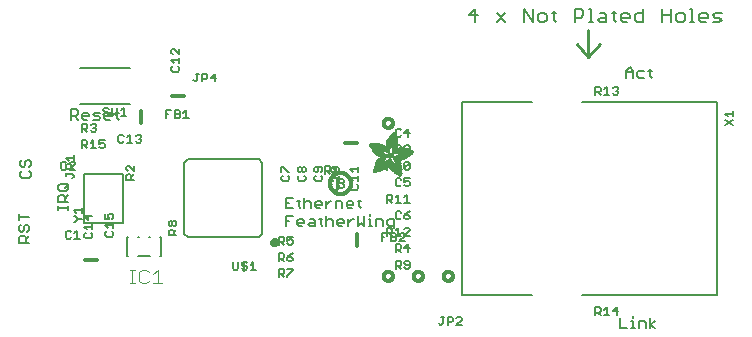
<source format=gbr>
G04 EAGLE Gerber RS-274X export*
G75*
%MOMM*%
%FSLAX34Y34*%
%LPD*%
%INSilkscreen Top*%
%IPPOS*%
%AMOC8*
5,1,8,0,0,1.08239X$1,22.5*%
G01*
%ADD10C,0.152400*%
%ADD11C,0.304800*%
%ADD12C,0.177800*%
%ADD13C,0.254000*%
%ADD14C,0.203200*%
%ADD15C,0.406400*%
%ADD16C,0.101600*%
%ADD17R,0.050800X0.006300*%
%ADD18R,0.082600X0.006400*%
%ADD19R,0.120600X0.006300*%
%ADD20R,0.139700X0.006400*%
%ADD21R,0.158800X0.006300*%
%ADD22R,0.177800X0.006400*%
%ADD23R,0.196800X0.006300*%
%ADD24R,0.215900X0.006400*%
%ADD25R,0.228600X0.006300*%
%ADD26R,0.241300X0.006400*%
%ADD27R,0.254000X0.006300*%
%ADD28R,0.266700X0.006400*%
%ADD29R,0.279400X0.006300*%
%ADD30R,0.285700X0.006400*%
%ADD31R,0.298400X0.006300*%
%ADD32R,0.311200X0.006400*%
%ADD33R,0.317500X0.006300*%
%ADD34R,0.330200X0.006400*%
%ADD35R,0.336600X0.006300*%
%ADD36R,0.349200X0.006400*%
%ADD37R,0.361900X0.006300*%
%ADD38R,0.368300X0.006400*%
%ADD39R,0.381000X0.006300*%
%ADD40R,0.387300X0.006400*%
%ADD41R,0.393700X0.006300*%
%ADD42R,0.406400X0.006400*%
%ADD43R,0.412700X0.006300*%
%ADD44R,0.419100X0.006400*%
%ADD45R,0.431800X0.006300*%
%ADD46R,0.438100X0.006400*%
%ADD47R,0.450800X0.006300*%
%ADD48R,0.457200X0.006400*%
%ADD49R,0.463500X0.006300*%
%ADD50R,0.476200X0.006400*%
%ADD51R,0.482600X0.006300*%
%ADD52R,0.488900X0.006400*%
%ADD53R,0.501600X0.006300*%
%ADD54R,0.508000X0.006400*%
%ADD55R,0.514300X0.006300*%
%ADD56R,0.527000X0.006400*%
%ADD57R,0.533400X0.006300*%
%ADD58R,0.546100X0.006400*%
%ADD59R,0.552400X0.006300*%
%ADD60R,0.558800X0.006400*%
%ADD61R,0.571500X0.006300*%
%ADD62R,0.577800X0.006400*%
%ADD63R,0.584200X0.006300*%
%ADD64R,0.596900X0.006400*%
%ADD65R,0.603200X0.006300*%
%ADD66R,0.609600X0.006400*%
%ADD67R,0.622300X0.006300*%
%ADD68R,0.628600X0.006400*%
%ADD69R,0.641300X0.006300*%
%ADD70R,0.647700X0.006400*%
%ADD71R,0.063500X0.006300*%
%ADD72R,0.654000X0.006300*%
%ADD73R,0.101600X0.006400*%
%ADD74R,0.666700X0.006400*%
%ADD75R,0.139700X0.006300*%
%ADD76R,0.673100X0.006300*%
%ADD77R,0.165100X0.006400*%
%ADD78R,0.679400X0.006400*%
%ADD79R,0.196900X0.006300*%
%ADD80R,0.692100X0.006300*%
%ADD81R,0.222200X0.006400*%
%ADD82R,0.698500X0.006400*%
%ADD83R,0.247700X0.006300*%
%ADD84R,0.704800X0.006300*%
%ADD85R,0.279400X0.006400*%
%ADD86R,0.717500X0.006400*%
%ADD87R,0.298500X0.006300*%
%ADD88R,0.723900X0.006300*%
%ADD89R,0.736600X0.006400*%
%ADD90R,0.342900X0.006300*%
%ADD91R,0.742900X0.006300*%
%ADD92R,0.374700X0.006400*%
%ADD93R,0.749300X0.006400*%
%ADD94R,0.762000X0.006300*%
%ADD95R,0.412700X0.006400*%
%ADD96R,0.768300X0.006400*%
%ADD97R,0.438100X0.006300*%
%ADD98R,0.774700X0.006300*%
%ADD99R,0.463600X0.006400*%
%ADD100R,0.787400X0.006400*%
%ADD101R,0.793700X0.006300*%
%ADD102R,0.495300X0.006400*%
%ADD103R,0.800100X0.006400*%
%ADD104R,0.520700X0.006300*%
%ADD105R,0.812800X0.006300*%
%ADD106R,0.533400X0.006400*%
%ADD107R,0.819100X0.006400*%
%ADD108R,0.558800X0.006300*%
%ADD109R,0.825500X0.006300*%
%ADD110R,0.577900X0.006400*%
%ADD111R,0.831800X0.006400*%
%ADD112R,0.596900X0.006300*%
%ADD113R,0.844500X0.006300*%
%ADD114R,0.616000X0.006400*%
%ADD115R,0.850900X0.006400*%
%ADD116R,0.635000X0.006300*%
%ADD117R,0.857200X0.006300*%
%ADD118R,0.654100X0.006400*%
%ADD119R,0.863600X0.006400*%
%ADD120R,0.666700X0.006300*%
%ADD121R,0.869900X0.006300*%
%ADD122R,0.685800X0.006400*%
%ADD123R,0.876300X0.006400*%
%ADD124R,0.882600X0.006300*%
%ADD125R,0.723900X0.006400*%
%ADD126R,0.889000X0.006400*%
%ADD127R,0.895300X0.006300*%
%ADD128R,0.755700X0.006400*%
%ADD129R,0.901700X0.006400*%
%ADD130R,0.908000X0.006300*%
%ADD131R,0.793800X0.006400*%
%ADD132R,0.914400X0.006400*%
%ADD133R,0.806400X0.006300*%
%ADD134R,0.920700X0.006300*%
%ADD135R,0.825500X0.006400*%
%ADD136R,0.927100X0.006400*%
%ADD137R,0.933400X0.006300*%
%ADD138R,0.857300X0.006400*%
%ADD139R,0.939800X0.006400*%
%ADD140R,0.870000X0.006300*%
%ADD141R,0.939800X0.006300*%
%ADD142R,0.946100X0.006400*%
%ADD143R,0.952500X0.006300*%
%ADD144R,0.908000X0.006400*%
%ADD145R,0.958800X0.006400*%
%ADD146R,0.965200X0.006300*%
%ADD147R,0.965200X0.006400*%
%ADD148R,0.971500X0.006300*%
%ADD149R,0.952500X0.006400*%
%ADD150R,0.977900X0.006400*%
%ADD151R,0.958800X0.006300*%
%ADD152R,0.984200X0.006300*%
%ADD153R,0.971500X0.006400*%
%ADD154R,0.984200X0.006400*%
%ADD155R,0.990600X0.006300*%
%ADD156R,0.984300X0.006400*%
%ADD157R,0.996900X0.006400*%
%ADD158R,0.997000X0.006300*%
%ADD159R,0.996900X0.006300*%
%ADD160R,1.003300X0.006400*%
%ADD161R,1.016000X0.006300*%
%ADD162R,1.009600X0.006300*%
%ADD163R,1.016000X0.006400*%
%ADD164R,1.009600X0.006400*%
%ADD165R,1.022300X0.006300*%
%ADD166R,1.028700X0.006400*%
%ADD167R,1.035100X0.006300*%
%ADD168R,1.047800X0.006400*%
%ADD169R,1.054100X0.006300*%
%ADD170R,1.028700X0.006300*%
%ADD171R,1.054100X0.006400*%
%ADD172R,1.035000X0.006400*%
%ADD173R,1.060400X0.006300*%
%ADD174R,1.035000X0.006300*%
%ADD175R,1.060500X0.006400*%
%ADD176R,1.041400X0.006400*%
%ADD177R,1.066800X0.006300*%
%ADD178R,1.041400X0.006300*%
%ADD179R,1.079500X0.006400*%
%ADD180R,1.047700X0.006400*%
%ADD181R,1.085900X0.006300*%
%ADD182R,1.047700X0.006300*%
%ADD183R,1.085800X0.006400*%
%ADD184R,1.092200X0.006300*%
%ADD185R,1.085900X0.006400*%
%ADD186R,1.098600X0.006300*%
%ADD187R,1.098600X0.006400*%
%ADD188R,1.060400X0.006400*%
%ADD189R,1.104900X0.006300*%
%ADD190R,1.104900X0.006400*%
%ADD191R,1.066800X0.006400*%
%ADD192R,1.111200X0.006300*%
%ADD193R,1.117600X0.006400*%
%ADD194R,1.117600X0.006300*%
%ADD195R,1.073100X0.006300*%
%ADD196R,1.073100X0.006400*%
%ADD197R,1.124000X0.006300*%
%ADD198R,1.079500X0.006300*%
%ADD199R,1.123900X0.006400*%
%ADD200R,1.130300X0.006300*%
%ADD201R,1.130300X0.006400*%
%ADD202R,1.136700X0.006400*%
%ADD203R,1.136700X0.006300*%
%ADD204R,1.085800X0.006300*%
%ADD205R,1.136600X0.006400*%
%ADD206R,1.136600X0.006300*%
%ADD207R,1.143000X0.006400*%
%ADD208R,1.143000X0.006300*%
%ADD209R,1.149400X0.006300*%
%ADD210R,1.149300X0.006300*%
%ADD211R,1.149300X0.006400*%
%ADD212R,1.149400X0.006400*%
%ADD213R,1.155700X0.006400*%
%ADD214R,1.155700X0.006300*%
%ADD215R,1.060500X0.006300*%
%ADD216R,2.197100X0.006400*%
%ADD217R,2.197100X0.006300*%
%ADD218R,2.184400X0.006300*%
%ADD219R,2.184400X0.006400*%
%ADD220R,2.171700X0.006400*%
%ADD221R,2.171700X0.006300*%
%ADD222R,1.530300X0.006400*%
%ADD223R,1.505000X0.006300*%
%ADD224R,1.492300X0.006400*%
%ADD225R,1.485900X0.006300*%
%ADD226R,0.565200X0.006300*%
%ADD227R,1.473200X0.006400*%
%ADD228R,0.565200X0.006400*%
%ADD229R,1.460500X0.006300*%
%ADD230R,1.454100X0.006400*%
%ADD231R,0.552400X0.006400*%
%ADD232R,1.441500X0.006300*%
%ADD233R,0.546100X0.006300*%
%ADD234R,1.435100X0.006400*%
%ADD235R,0.539800X0.006400*%
%ADD236R,1.428800X0.006300*%
%ADD237R,1.422400X0.006400*%
%ADD238R,1.409700X0.006300*%
%ADD239R,0.527100X0.006300*%
%ADD240R,1.403300X0.006400*%
%ADD241R,0.527100X0.006400*%
%ADD242R,1.390700X0.006300*%
%ADD243R,1.384300X0.006400*%
%ADD244R,0.520700X0.006400*%
%ADD245R,1.384300X0.006300*%
%ADD246R,0.514400X0.006300*%
%ADD247R,1.371600X0.006400*%
%ADD248R,1.365200X0.006300*%
%ADD249R,0.508000X0.006300*%
%ADD250R,1.352600X0.006400*%
%ADD251R,0.501700X0.006400*%
%ADD252R,0.711200X0.006300*%
%ADD253R,0.603300X0.006300*%
%ADD254R,0.501700X0.006300*%
%ADD255R,0.692100X0.006400*%
%ADD256R,0.571500X0.006400*%
%ADD257R,0.679400X0.006300*%
%ADD258R,0.495300X0.006300*%
%ADD259R,0.673100X0.006400*%
%ADD260R,0.666800X0.006300*%
%ADD261R,0.488900X0.006300*%
%ADD262R,0.660400X0.006400*%
%ADD263R,0.482600X0.006400*%
%ADD264R,0.476200X0.006300*%
%ADD265R,0.654000X0.006400*%
%ADD266R,0.469900X0.006400*%
%ADD267R,0.476300X0.006400*%
%ADD268R,0.647700X0.006300*%
%ADD269R,0.457200X0.006300*%
%ADD270R,0.469900X0.006300*%
%ADD271R,0.641300X0.006400*%
%ADD272R,0.444500X0.006400*%
%ADD273R,0.463600X0.006300*%
%ADD274R,0.635000X0.006400*%
%ADD275R,0.463500X0.006400*%
%ADD276R,0.393700X0.006400*%
%ADD277R,0.450800X0.006400*%
%ADD278R,0.628600X0.006300*%
%ADD279R,0.387400X0.006300*%
%ADD280R,0.450900X0.006300*%
%ADD281R,0.628700X0.006400*%
%ADD282R,0.374600X0.006400*%
%ADD283R,0.368300X0.006300*%
%ADD284R,0.438200X0.006300*%
%ADD285R,0.622300X0.006400*%
%ADD286R,0.355600X0.006400*%
%ADD287R,0.431800X0.006400*%
%ADD288R,0.349300X0.006300*%
%ADD289R,0.425400X0.006300*%
%ADD290R,0.615900X0.006300*%
%ADD291R,0.330200X0.006300*%
%ADD292R,0.419100X0.006300*%
%ADD293R,0.616000X0.006300*%
%ADD294R,0.311200X0.006300*%
%ADD295R,0.406400X0.006300*%
%ADD296R,0.615900X0.006400*%
%ADD297R,0.304800X0.006400*%
%ADD298R,0.158800X0.006400*%
%ADD299R,0.609600X0.006300*%
%ADD300R,0.292100X0.006300*%
%ADD301R,0.235000X0.006300*%
%ADD302R,0.387400X0.006400*%
%ADD303R,0.292100X0.006400*%
%ADD304R,0.336500X0.006300*%
%ADD305R,0.260400X0.006300*%
%ADD306R,0.603300X0.006400*%
%ADD307R,0.260400X0.006400*%
%ADD308R,0.362000X0.006400*%
%ADD309R,0.450900X0.006400*%
%ADD310R,0.355600X0.006300*%
%ADD311R,0.342900X0.006400*%
%ADD312R,0.514300X0.006400*%
%ADD313R,0.234900X0.006300*%
%ADD314R,0.539700X0.006300*%
%ADD315R,0.603200X0.006400*%
%ADD316R,0.234900X0.006400*%
%ADD317R,0.920700X0.006400*%
%ADD318R,0.958900X0.006400*%
%ADD319R,0.215900X0.006300*%
%ADD320R,0.209600X0.006400*%
%ADD321R,0.203200X0.006300*%
%ADD322R,1.003300X0.006300*%
%ADD323R,0.203200X0.006400*%
%ADD324R,0.196900X0.006400*%
%ADD325R,0.190500X0.006300*%
%ADD326R,0.190500X0.006400*%
%ADD327R,0.184200X0.006300*%
%ADD328R,0.590500X0.006400*%
%ADD329R,0.184200X0.006400*%
%ADD330R,0.590500X0.006300*%
%ADD331R,0.177800X0.006300*%
%ADD332R,0.584200X0.006400*%
%ADD333R,1.168400X0.006400*%
%ADD334R,0.171500X0.006300*%
%ADD335R,1.187500X0.006300*%
%ADD336R,1.200100X0.006400*%
%ADD337R,0.577800X0.006300*%
%ADD338R,1.212900X0.006300*%
%ADD339R,1.231900X0.006400*%
%ADD340R,1.250900X0.006300*%
%ADD341R,0.565100X0.006400*%
%ADD342R,0.184100X0.006400*%
%ADD343R,1.263700X0.006400*%
%ADD344R,0.565100X0.006300*%
%ADD345R,1.289100X0.006300*%
%ADD346R,1.314400X0.006400*%
%ADD347R,0.552500X0.006300*%
%ADD348R,1.568500X0.006300*%
%ADD349R,0.552500X0.006400*%
%ADD350R,1.581200X0.006400*%
%ADD351R,1.593800X0.006300*%
%ADD352R,1.606500X0.006400*%
%ADD353R,1.619300X0.006300*%
%ADD354R,0.514400X0.006400*%
%ADD355R,1.638300X0.006400*%
%ADD356R,1.657300X0.006300*%
%ADD357R,2.209800X0.006400*%
%ADD358R,2.425700X0.006300*%
%ADD359R,2.470100X0.006400*%
%ADD360R,2.501900X0.006300*%
%ADD361R,2.533700X0.006400*%
%ADD362R,2.559000X0.006300*%
%ADD363R,2.584500X0.006400*%
%ADD364R,2.609900X0.006300*%
%ADD365R,2.628900X0.006400*%
%ADD366R,2.660600X0.006300*%
%ADD367R,2.673400X0.006400*%
%ADD368R,1.422400X0.006300*%
%ADD369R,1.200200X0.006300*%
%ADD370R,1.365300X0.006300*%
%ADD371R,1.365300X0.006400*%
%ADD372R,1.352500X0.006300*%
%ADD373R,1.098500X0.006300*%
%ADD374R,1.358900X0.006400*%
%ADD375R,1.352600X0.006300*%
%ADD376R,1.358900X0.006300*%
%ADD377R,1.371600X0.006300*%
%ADD378R,1.377900X0.006400*%
%ADD379R,1.397000X0.006400*%
%ADD380R,1.403300X0.006300*%
%ADD381R,0.914400X0.006300*%
%ADD382R,0.876300X0.006300*%
%ADD383R,0.374600X0.006300*%
%ADD384R,1.073200X0.006400*%
%ADD385R,0.374700X0.006300*%
%ADD386R,0.844600X0.006400*%
%ADD387R,0.844600X0.006300*%
%ADD388R,0.831900X0.006400*%
%ADD389R,1.092200X0.006400*%
%ADD390R,0.400000X0.006300*%
%ADD391R,0.819200X0.006400*%
%ADD392R,1.111300X0.006400*%
%ADD393R,0.812800X0.006400*%
%ADD394R,0.800100X0.006300*%
%ADD395R,0.476300X0.006300*%
%ADD396R,1.181100X0.006300*%
%ADD397R,0.501600X0.006400*%
%ADD398R,1.193800X0.006400*%
%ADD399R,0.781000X0.006400*%
%ADD400R,1.238200X0.006400*%
%ADD401R,0.781100X0.006300*%
%ADD402R,1.257300X0.006300*%
%ADD403R,1.295400X0.006400*%
%ADD404R,1.333500X0.006300*%
%ADD405R,0.774700X0.006400*%
%ADD406R,1.866900X0.006400*%
%ADD407R,0.209600X0.006300*%
%ADD408R,1.866900X0.006300*%
%ADD409R,0.768400X0.006400*%
%ADD410R,0.209500X0.006400*%
%ADD411R,1.860600X0.006400*%
%ADD412R,0.762000X0.006400*%
%ADD413R,0.768400X0.006300*%
%ADD414R,1.860600X0.006300*%
%ADD415R,1.860500X0.006400*%
%ADD416R,0.222300X0.006300*%
%ADD417R,1.854200X0.006300*%
%ADD418R,0.235000X0.006400*%
%ADD419R,1.854200X0.006400*%
%ADD420R,0.768300X0.006300*%
%ADD421R,0.260300X0.006400*%
%ADD422R,1.847800X0.006400*%
%ADD423R,0.266700X0.006300*%
%ADD424R,1.847800X0.006300*%
%ADD425R,0.273100X0.006400*%
%ADD426R,1.841500X0.006400*%
%ADD427R,0.285800X0.006300*%
%ADD428R,1.841500X0.006300*%
%ADD429R,0.298500X0.006400*%
%ADD430R,1.835100X0.006400*%
%ADD431R,0.781000X0.006300*%
%ADD432R,0.304800X0.006300*%
%ADD433R,1.835100X0.006300*%
%ADD434R,0.317500X0.006400*%
%ADD435R,1.828800X0.006400*%
%ADD436R,0.787400X0.006300*%
%ADD437R,0.323800X0.006300*%
%ADD438R,1.828800X0.006300*%
%ADD439R,0.793700X0.006400*%
%ADD440R,1.822400X0.006400*%
%ADD441R,0.806500X0.006300*%
%ADD442R,1.822400X0.006300*%
%ADD443R,1.816100X0.006400*%
%ADD444R,0.819100X0.006300*%
%ADD445R,0.387300X0.006300*%
%ADD446R,1.816100X0.006300*%
%ADD447R,1.809800X0.006400*%
%ADD448R,1.803400X0.006300*%
%ADD449R,1.797000X0.006400*%
%ADD450R,0.901700X0.006300*%
%ADD451R,1.797000X0.006300*%
%ADD452R,1.441400X0.006400*%
%ADD453R,1.790700X0.006400*%
%ADD454R,1.447800X0.006300*%
%ADD455R,1.784300X0.006300*%
%ADD456R,1.447800X0.006400*%
%ADD457R,1.784300X0.006400*%
%ADD458R,1.454100X0.006300*%
%ADD459R,1.771700X0.006300*%
%ADD460R,1.460500X0.006400*%
%ADD461R,1.759000X0.006400*%
%ADD462R,1.466800X0.006300*%
%ADD463R,1.752600X0.006300*%
%ADD464R,1.466800X0.006400*%
%ADD465R,1.739900X0.006400*%
%ADD466R,1.473200X0.006300*%
%ADD467R,1.727200X0.006300*%
%ADD468R,1.479500X0.006400*%
%ADD469R,1.714500X0.006400*%
%ADD470R,1.695400X0.006300*%
%ADD471R,1.485900X0.006400*%
%ADD472R,1.682700X0.006400*%
%ADD473R,1.492200X0.006300*%
%ADD474R,1.663700X0.006300*%
%ADD475R,1.498600X0.006400*%
%ADD476R,1.644600X0.006400*%
%ADD477R,1.498600X0.006300*%
%ADD478R,1.619200X0.006300*%
%ADD479R,1.511300X0.006400*%
%ADD480R,1.600200X0.006400*%
%ADD481R,1.517700X0.006300*%
%ADD482R,1.574800X0.006300*%
%ADD483R,1.524000X0.006400*%
%ADD484R,1.555800X0.006400*%
%ADD485R,1.524000X0.006300*%
%ADD486R,1.536700X0.006300*%
%ADD487R,1.530400X0.006400*%
%ADD488R,1.517700X0.006400*%
%ADD489R,1.492300X0.006300*%
%ADD490R,1.549400X0.006400*%
%ADD491R,1.479600X0.006400*%
%ADD492R,1.549400X0.006300*%
%ADD493R,1.555700X0.006400*%
%ADD494R,1.562100X0.006300*%
%ADD495R,0.323900X0.006300*%
%ADD496R,1.568400X0.006400*%
%ADD497R,0.336600X0.006400*%
%ADD498R,1.587500X0.006300*%
%ADD499R,0.971600X0.006300*%
%ADD500R,0.349300X0.006400*%
%ADD501R,1.600200X0.006300*%
%ADD502R,0.920800X0.006300*%
%ADD503R,0.882700X0.006400*%
%ADD504R,1.612900X0.006300*%
%ADD505R,0.362000X0.006300*%
%ADD506R,1.625600X0.006400*%
%ADD507R,1.625600X0.006300*%
%ADD508R,1.644600X0.006300*%
%ADD509R,0.736600X0.006300*%
%ADD510R,0.717600X0.006400*%
%ADD511R,1.657400X0.006300*%
%ADD512R,0.679500X0.006300*%
%ADD513R,1.663700X0.006400*%
%ADD514R,0.400000X0.006400*%
%ADD515R,1.676400X0.006300*%
%ADD516R,1.676400X0.006400*%
%ADD517R,0.425500X0.006400*%
%ADD518R,1.352500X0.006400*%
%ADD519R,0.444500X0.006300*%
%ADD520R,0.361900X0.006400*%
%ADD521R,0.088900X0.006300*%
%ADD522R,1.009700X0.006300*%
%ADD523R,1.009700X0.006400*%
%ADD524R,1.022300X0.006400*%
%ADD525R,1.346200X0.006400*%
%ADD526R,1.346200X0.006300*%
%ADD527R,1.339900X0.006400*%
%ADD528R,1.035100X0.006400*%
%ADD529R,1.339800X0.006300*%
%ADD530R,1.333500X0.006400*%
%ADD531R,1.327200X0.006400*%
%ADD532R,1.320800X0.006300*%
%ADD533R,1.314500X0.006400*%
%ADD534R,1.314400X0.006300*%
%ADD535R,1.301700X0.006400*%
%ADD536R,1.295400X0.006300*%
%ADD537R,1.289000X0.006400*%
%ADD538R,1.276300X0.006300*%
%ADD539R,1.251000X0.006300*%
%ADD540R,1.244600X0.006400*%
%ADD541R,1.231900X0.006300*%
%ADD542R,1.212800X0.006400*%
%ADD543R,1.200100X0.006300*%
%ADD544R,1.187400X0.006400*%
%ADD545R,1.168400X0.006300*%
%ADD546R,1.047800X0.006300*%
%ADD547R,0.977900X0.006300*%
%ADD548R,0.946200X0.006400*%
%ADD549R,0.933400X0.006400*%
%ADD550R,0.895300X0.006400*%
%ADD551R,0.882700X0.006300*%
%ADD552R,0.863600X0.006300*%
%ADD553R,0.857200X0.006400*%
%ADD554R,0.850900X0.006300*%
%ADD555R,0.838200X0.006300*%
%ADD556R,0.806500X0.006400*%
%ADD557R,0.717600X0.006300*%
%ADD558R,0.711200X0.006400*%
%ADD559R,0.641400X0.006400*%
%ADD560R,0.641400X0.006300*%
%ADD561R,0.628700X0.006300*%
%ADD562R,0.590600X0.006300*%
%ADD563R,0.539700X0.006400*%
%ADD564R,0.285700X0.006300*%
%ADD565R,0.222200X0.006300*%
%ADD566R,0.171400X0.006300*%
%ADD567R,0.152400X0.006400*%
%ADD568R,0.133400X0.006300*%


D10*
X13208Y76962D02*
X4565Y76962D01*
X4565Y81284D01*
X6005Y82724D01*
X8886Y82724D01*
X10327Y81284D01*
X10327Y76962D01*
X10327Y79843D02*
X13208Y82724D01*
X4565Y90639D02*
X6005Y92079D01*
X4565Y90639D02*
X4565Y87758D01*
X6005Y86317D01*
X7446Y86317D01*
X8886Y87758D01*
X8886Y90639D01*
X10327Y92079D01*
X11767Y92079D01*
X13208Y90639D01*
X13208Y87758D01*
X11767Y86317D01*
X13208Y98554D02*
X4565Y98554D01*
X4565Y101435D02*
X4565Y95672D01*
X46228Y104902D02*
X46228Y107783D01*
X46228Y106343D02*
X37585Y106343D01*
X37585Y107783D02*
X37585Y104902D01*
X37585Y111139D02*
X46228Y111139D01*
X37585Y111139D02*
X37585Y115460D01*
X39025Y116901D01*
X41906Y116901D01*
X43347Y115460D01*
X43347Y111139D01*
X43347Y114020D02*
X46228Y116901D01*
X44787Y120494D02*
X39025Y120494D01*
X37585Y121935D01*
X37585Y124816D01*
X39025Y126256D01*
X44787Y126256D01*
X46228Y124816D01*
X46228Y121935D01*
X44787Y120494D01*
X43347Y123375D02*
X46228Y126256D01*
X7275Y137334D02*
X5835Y135894D01*
X5835Y133013D01*
X7275Y131572D01*
X13037Y131572D01*
X14478Y133013D01*
X14478Y135894D01*
X13037Y137334D01*
X5835Y145249D02*
X7275Y146689D01*
X5835Y145249D02*
X5835Y142368D01*
X7275Y140927D01*
X8716Y140927D01*
X10156Y142368D01*
X10156Y145249D01*
X11597Y146689D01*
X13037Y146689D01*
X14478Y145249D01*
X14478Y142368D01*
X13037Y140927D01*
D11*
X313690Y48260D02*
X313692Y48383D01*
X313698Y48507D01*
X313708Y48630D01*
X313722Y48752D01*
X313740Y48874D01*
X313762Y48996D01*
X313787Y49116D01*
X313817Y49236D01*
X313851Y49355D01*
X313888Y49473D01*
X313929Y49589D01*
X313974Y49704D01*
X314023Y49817D01*
X314075Y49929D01*
X314131Y50039D01*
X314190Y50147D01*
X314253Y50253D01*
X314319Y50357D01*
X314389Y50459D01*
X314462Y50559D01*
X314538Y50656D01*
X314617Y50751D01*
X314699Y50843D01*
X314784Y50932D01*
X314872Y51019D01*
X314963Y51102D01*
X315056Y51183D01*
X315152Y51261D01*
X315251Y51335D01*
X315351Y51406D01*
X315454Y51474D01*
X315559Y51539D01*
X315667Y51600D01*
X315776Y51658D01*
X315887Y51712D01*
X315999Y51762D01*
X316114Y51809D01*
X316229Y51852D01*
X316346Y51891D01*
X316464Y51927D01*
X316584Y51958D01*
X316704Y51986D01*
X316825Y52010D01*
X316947Y52030D01*
X317069Y52046D01*
X317192Y52058D01*
X317315Y52066D01*
X317438Y52070D01*
X317562Y52070D01*
X317685Y52066D01*
X317808Y52058D01*
X317931Y52046D01*
X318053Y52030D01*
X318175Y52010D01*
X318296Y51986D01*
X318416Y51958D01*
X318536Y51927D01*
X318654Y51891D01*
X318771Y51852D01*
X318886Y51809D01*
X319001Y51762D01*
X319113Y51712D01*
X319224Y51658D01*
X319333Y51600D01*
X319441Y51539D01*
X319546Y51474D01*
X319649Y51406D01*
X319749Y51335D01*
X319848Y51261D01*
X319944Y51183D01*
X320037Y51102D01*
X320128Y51019D01*
X320216Y50932D01*
X320301Y50843D01*
X320383Y50751D01*
X320462Y50656D01*
X320538Y50559D01*
X320611Y50459D01*
X320681Y50357D01*
X320747Y50253D01*
X320810Y50147D01*
X320869Y50039D01*
X320925Y49929D01*
X320977Y49817D01*
X321026Y49704D01*
X321071Y49589D01*
X321112Y49473D01*
X321149Y49355D01*
X321183Y49236D01*
X321213Y49116D01*
X321238Y48996D01*
X321260Y48874D01*
X321278Y48752D01*
X321292Y48630D01*
X321302Y48507D01*
X321308Y48383D01*
X321310Y48260D01*
X321308Y48137D01*
X321302Y48013D01*
X321292Y47890D01*
X321278Y47768D01*
X321260Y47646D01*
X321238Y47524D01*
X321213Y47404D01*
X321183Y47284D01*
X321149Y47165D01*
X321112Y47047D01*
X321071Y46931D01*
X321026Y46816D01*
X320977Y46703D01*
X320925Y46591D01*
X320869Y46481D01*
X320810Y46373D01*
X320747Y46267D01*
X320681Y46163D01*
X320611Y46061D01*
X320538Y45961D01*
X320462Y45864D01*
X320383Y45769D01*
X320301Y45677D01*
X320216Y45588D01*
X320128Y45501D01*
X320037Y45418D01*
X319944Y45337D01*
X319848Y45259D01*
X319749Y45185D01*
X319649Y45114D01*
X319546Y45046D01*
X319441Y44981D01*
X319333Y44920D01*
X319224Y44862D01*
X319113Y44808D01*
X319001Y44758D01*
X318886Y44711D01*
X318771Y44668D01*
X318654Y44629D01*
X318536Y44593D01*
X318416Y44562D01*
X318296Y44534D01*
X318175Y44510D01*
X318053Y44490D01*
X317931Y44474D01*
X317808Y44462D01*
X317685Y44454D01*
X317562Y44450D01*
X317438Y44450D01*
X317315Y44454D01*
X317192Y44462D01*
X317069Y44474D01*
X316947Y44490D01*
X316825Y44510D01*
X316704Y44534D01*
X316584Y44562D01*
X316464Y44593D01*
X316346Y44629D01*
X316229Y44668D01*
X316114Y44711D01*
X315999Y44758D01*
X315887Y44808D01*
X315776Y44862D01*
X315667Y44920D01*
X315559Y44981D01*
X315454Y45046D01*
X315351Y45114D01*
X315251Y45185D01*
X315152Y45259D01*
X315056Y45337D01*
X314963Y45418D01*
X314872Y45501D01*
X314784Y45588D01*
X314699Y45677D01*
X314617Y45769D01*
X314538Y45864D01*
X314462Y45961D01*
X314389Y46061D01*
X314319Y46163D01*
X314253Y46267D01*
X314190Y46373D01*
X314131Y46481D01*
X314075Y46591D01*
X314023Y46703D01*
X313974Y46816D01*
X313929Y46931D01*
X313888Y47047D01*
X313851Y47165D01*
X313817Y47284D01*
X313787Y47404D01*
X313762Y47524D01*
X313740Y47646D01*
X313722Y47768D01*
X313708Y47890D01*
X313698Y48013D01*
X313692Y48137D01*
X313690Y48260D01*
X339090Y48260D02*
X339092Y48383D01*
X339098Y48507D01*
X339108Y48630D01*
X339122Y48752D01*
X339140Y48874D01*
X339162Y48996D01*
X339187Y49116D01*
X339217Y49236D01*
X339251Y49355D01*
X339288Y49473D01*
X339329Y49589D01*
X339374Y49704D01*
X339423Y49817D01*
X339475Y49929D01*
X339531Y50039D01*
X339590Y50147D01*
X339653Y50253D01*
X339719Y50357D01*
X339789Y50459D01*
X339862Y50559D01*
X339938Y50656D01*
X340017Y50751D01*
X340099Y50843D01*
X340184Y50932D01*
X340272Y51019D01*
X340363Y51102D01*
X340456Y51183D01*
X340552Y51261D01*
X340651Y51335D01*
X340751Y51406D01*
X340854Y51474D01*
X340959Y51539D01*
X341067Y51600D01*
X341176Y51658D01*
X341287Y51712D01*
X341399Y51762D01*
X341514Y51809D01*
X341629Y51852D01*
X341746Y51891D01*
X341864Y51927D01*
X341984Y51958D01*
X342104Y51986D01*
X342225Y52010D01*
X342347Y52030D01*
X342469Y52046D01*
X342592Y52058D01*
X342715Y52066D01*
X342838Y52070D01*
X342962Y52070D01*
X343085Y52066D01*
X343208Y52058D01*
X343331Y52046D01*
X343453Y52030D01*
X343575Y52010D01*
X343696Y51986D01*
X343816Y51958D01*
X343936Y51927D01*
X344054Y51891D01*
X344171Y51852D01*
X344286Y51809D01*
X344401Y51762D01*
X344513Y51712D01*
X344624Y51658D01*
X344733Y51600D01*
X344841Y51539D01*
X344946Y51474D01*
X345049Y51406D01*
X345149Y51335D01*
X345248Y51261D01*
X345344Y51183D01*
X345437Y51102D01*
X345528Y51019D01*
X345616Y50932D01*
X345701Y50843D01*
X345783Y50751D01*
X345862Y50656D01*
X345938Y50559D01*
X346011Y50459D01*
X346081Y50357D01*
X346147Y50253D01*
X346210Y50147D01*
X346269Y50039D01*
X346325Y49929D01*
X346377Y49817D01*
X346426Y49704D01*
X346471Y49589D01*
X346512Y49473D01*
X346549Y49355D01*
X346583Y49236D01*
X346613Y49116D01*
X346638Y48996D01*
X346660Y48874D01*
X346678Y48752D01*
X346692Y48630D01*
X346702Y48507D01*
X346708Y48383D01*
X346710Y48260D01*
X346708Y48137D01*
X346702Y48013D01*
X346692Y47890D01*
X346678Y47768D01*
X346660Y47646D01*
X346638Y47524D01*
X346613Y47404D01*
X346583Y47284D01*
X346549Y47165D01*
X346512Y47047D01*
X346471Y46931D01*
X346426Y46816D01*
X346377Y46703D01*
X346325Y46591D01*
X346269Y46481D01*
X346210Y46373D01*
X346147Y46267D01*
X346081Y46163D01*
X346011Y46061D01*
X345938Y45961D01*
X345862Y45864D01*
X345783Y45769D01*
X345701Y45677D01*
X345616Y45588D01*
X345528Y45501D01*
X345437Y45418D01*
X345344Y45337D01*
X345248Y45259D01*
X345149Y45185D01*
X345049Y45114D01*
X344946Y45046D01*
X344841Y44981D01*
X344733Y44920D01*
X344624Y44862D01*
X344513Y44808D01*
X344401Y44758D01*
X344286Y44711D01*
X344171Y44668D01*
X344054Y44629D01*
X343936Y44593D01*
X343816Y44562D01*
X343696Y44534D01*
X343575Y44510D01*
X343453Y44490D01*
X343331Y44474D01*
X343208Y44462D01*
X343085Y44454D01*
X342962Y44450D01*
X342838Y44450D01*
X342715Y44454D01*
X342592Y44462D01*
X342469Y44474D01*
X342347Y44490D01*
X342225Y44510D01*
X342104Y44534D01*
X341984Y44562D01*
X341864Y44593D01*
X341746Y44629D01*
X341629Y44668D01*
X341514Y44711D01*
X341399Y44758D01*
X341287Y44808D01*
X341176Y44862D01*
X341067Y44920D01*
X340959Y44981D01*
X340854Y45046D01*
X340751Y45114D01*
X340651Y45185D01*
X340552Y45259D01*
X340456Y45337D01*
X340363Y45418D01*
X340272Y45501D01*
X340184Y45588D01*
X340099Y45677D01*
X340017Y45769D01*
X339938Y45864D01*
X339862Y45961D01*
X339789Y46061D01*
X339719Y46163D01*
X339653Y46267D01*
X339590Y46373D01*
X339531Y46481D01*
X339475Y46591D01*
X339423Y46703D01*
X339374Y46816D01*
X339329Y46931D01*
X339288Y47047D01*
X339251Y47165D01*
X339217Y47284D01*
X339187Y47404D01*
X339162Y47524D01*
X339140Y47646D01*
X339122Y47768D01*
X339108Y47890D01*
X339098Y48013D01*
X339092Y48137D01*
X339090Y48260D01*
X364490Y48260D02*
X364492Y48383D01*
X364498Y48507D01*
X364508Y48630D01*
X364522Y48752D01*
X364540Y48874D01*
X364562Y48996D01*
X364587Y49116D01*
X364617Y49236D01*
X364651Y49355D01*
X364688Y49473D01*
X364729Y49589D01*
X364774Y49704D01*
X364823Y49817D01*
X364875Y49929D01*
X364931Y50039D01*
X364990Y50147D01*
X365053Y50253D01*
X365119Y50357D01*
X365189Y50459D01*
X365262Y50559D01*
X365338Y50656D01*
X365417Y50751D01*
X365499Y50843D01*
X365584Y50932D01*
X365672Y51019D01*
X365763Y51102D01*
X365856Y51183D01*
X365952Y51261D01*
X366051Y51335D01*
X366151Y51406D01*
X366254Y51474D01*
X366359Y51539D01*
X366467Y51600D01*
X366576Y51658D01*
X366687Y51712D01*
X366799Y51762D01*
X366914Y51809D01*
X367029Y51852D01*
X367146Y51891D01*
X367264Y51927D01*
X367384Y51958D01*
X367504Y51986D01*
X367625Y52010D01*
X367747Y52030D01*
X367869Y52046D01*
X367992Y52058D01*
X368115Y52066D01*
X368238Y52070D01*
X368362Y52070D01*
X368485Y52066D01*
X368608Y52058D01*
X368731Y52046D01*
X368853Y52030D01*
X368975Y52010D01*
X369096Y51986D01*
X369216Y51958D01*
X369336Y51927D01*
X369454Y51891D01*
X369571Y51852D01*
X369686Y51809D01*
X369801Y51762D01*
X369913Y51712D01*
X370024Y51658D01*
X370133Y51600D01*
X370241Y51539D01*
X370346Y51474D01*
X370449Y51406D01*
X370549Y51335D01*
X370648Y51261D01*
X370744Y51183D01*
X370837Y51102D01*
X370928Y51019D01*
X371016Y50932D01*
X371101Y50843D01*
X371183Y50751D01*
X371262Y50656D01*
X371338Y50559D01*
X371411Y50459D01*
X371481Y50357D01*
X371547Y50253D01*
X371610Y50147D01*
X371669Y50039D01*
X371725Y49929D01*
X371777Y49817D01*
X371826Y49704D01*
X371871Y49589D01*
X371912Y49473D01*
X371949Y49355D01*
X371983Y49236D01*
X372013Y49116D01*
X372038Y48996D01*
X372060Y48874D01*
X372078Y48752D01*
X372092Y48630D01*
X372102Y48507D01*
X372108Y48383D01*
X372110Y48260D01*
X372108Y48137D01*
X372102Y48013D01*
X372092Y47890D01*
X372078Y47768D01*
X372060Y47646D01*
X372038Y47524D01*
X372013Y47404D01*
X371983Y47284D01*
X371949Y47165D01*
X371912Y47047D01*
X371871Y46931D01*
X371826Y46816D01*
X371777Y46703D01*
X371725Y46591D01*
X371669Y46481D01*
X371610Y46373D01*
X371547Y46267D01*
X371481Y46163D01*
X371411Y46061D01*
X371338Y45961D01*
X371262Y45864D01*
X371183Y45769D01*
X371101Y45677D01*
X371016Y45588D01*
X370928Y45501D01*
X370837Y45418D01*
X370744Y45337D01*
X370648Y45259D01*
X370549Y45185D01*
X370449Y45114D01*
X370346Y45046D01*
X370241Y44981D01*
X370133Y44920D01*
X370024Y44862D01*
X369913Y44808D01*
X369801Y44758D01*
X369686Y44711D01*
X369571Y44668D01*
X369454Y44629D01*
X369336Y44593D01*
X369216Y44562D01*
X369096Y44534D01*
X368975Y44510D01*
X368853Y44490D01*
X368731Y44474D01*
X368608Y44462D01*
X368485Y44454D01*
X368362Y44450D01*
X368238Y44450D01*
X368115Y44454D01*
X367992Y44462D01*
X367869Y44474D01*
X367747Y44490D01*
X367625Y44510D01*
X367504Y44534D01*
X367384Y44562D01*
X367264Y44593D01*
X367146Y44629D01*
X367029Y44668D01*
X366914Y44711D01*
X366799Y44758D01*
X366687Y44808D01*
X366576Y44862D01*
X366467Y44920D01*
X366359Y44981D01*
X366254Y45046D01*
X366151Y45114D01*
X366051Y45185D01*
X365952Y45259D01*
X365856Y45337D01*
X365763Y45418D01*
X365672Y45501D01*
X365584Y45588D01*
X365499Y45677D01*
X365417Y45769D01*
X365338Y45864D01*
X365262Y45961D01*
X365189Y46061D01*
X365119Y46163D01*
X365053Y46267D01*
X364990Y46373D01*
X364931Y46481D01*
X364875Y46591D01*
X364823Y46703D01*
X364774Y46816D01*
X364729Y46931D01*
X364688Y47047D01*
X364651Y47165D01*
X364617Y47284D01*
X364587Y47404D01*
X364562Y47524D01*
X364540Y47646D01*
X364522Y47768D01*
X364508Y47890D01*
X364498Y48013D01*
X364492Y48137D01*
X364490Y48260D01*
X313690Y177800D02*
X313692Y177923D01*
X313698Y178047D01*
X313708Y178170D01*
X313722Y178292D01*
X313740Y178414D01*
X313762Y178536D01*
X313787Y178656D01*
X313817Y178776D01*
X313851Y178895D01*
X313888Y179013D01*
X313929Y179129D01*
X313974Y179244D01*
X314023Y179357D01*
X314075Y179469D01*
X314131Y179579D01*
X314190Y179687D01*
X314253Y179793D01*
X314319Y179897D01*
X314389Y179999D01*
X314462Y180099D01*
X314538Y180196D01*
X314617Y180291D01*
X314699Y180383D01*
X314784Y180472D01*
X314872Y180559D01*
X314963Y180642D01*
X315056Y180723D01*
X315152Y180801D01*
X315251Y180875D01*
X315351Y180946D01*
X315454Y181014D01*
X315559Y181079D01*
X315667Y181140D01*
X315776Y181198D01*
X315887Y181252D01*
X315999Y181302D01*
X316114Y181349D01*
X316229Y181392D01*
X316346Y181431D01*
X316464Y181467D01*
X316584Y181498D01*
X316704Y181526D01*
X316825Y181550D01*
X316947Y181570D01*
X317069Y181586D01*
X317192Y181598D01*
X317315Y181606D01*
X317438Y181610D01*
X317562Y181610D01*
X317685Y181606D01*
X317808Y181598D01*
X317931Y181586D01*
X318053Y181570D01*
X318175Y181550D01*
X318296Y181526D01*
X318416Y181498D01*
X318536Y181467D01*
X318654Y181431D01*
X318771Y181392D01*
X318886Y181349D01*
X319001Y181302D01*
X319113Y181252D01*
X319224Y181198D01*
X319333Y181140D01*
X319441Y181079D01*
X319546Y181014D01*
X319649Y180946D01*
X319749Y180875D01*
X319848Y180801D01*
X319944Y180723D01*
X320037Y180642D01*
X320128Y180559D01*
X320216Y180472D01*
X320301Y180383D01*
X320383Y180291D01*
X320462Y180196D01*
X320538Y180099D01*
X320611Y179999D01*
X320681Y179897D01*
X320747Y179793D01*
X320810Y179687D01*
X320869Y179579D01*
X320925Y179469D01*
X320977Y179357D01*
X321026Y179244D01*
X321071Y179129D01*
X321112Y179013D01*
X321149Y178895D01*
X321183Y178776D01*
X321213Y178656D01*
X321238Y178536D01*
X321260Y178414D01*
X321278Y178292D01*
X321292Y178170D01*
X321302Y178047D01*
X321308Y177923D01*
X321310Y177800D01*
X321308Y177677D01*
X321302Y177553D01*
X321292Y177430D01*
X321278Y177308D01*
X321260Y177186D01*
X321238Y177064D01*
X321213Y176944D01*
X321183Y176824D01*
X321149Y176705D01*
X321112Y176587D01*
X321071Y176471D01*
X321026Y176356D01*
X320977Y176243D01*
X320925Y176131D01*
X320869Y176021D01*
X320810Y175913D01*
X320747Y175807D01*
X320681Y175703D01*
X320611Y175601D01*
X320538Y175501D01*
X320462Y175404D01*
X320383Y175309D01*
X320301Y175217D01*
X320216Y175128D01*
X320128Y175041D01*
X320037Y174958D01*
X319944Y174877D01*
X319848Y174799D01*
X319749Y174725D01*
X319649Y174654D01*
X319546Y174586D01*
X319441Y174521D01*
X319333Y174460D01*
X319224Y174402D01*
X319113Y174348D01*
X319001Y174298D01*
X318886Y174251D01*
X318771Y174208D01*
X318654Y174169D01*
X318536Y174133D01*
X318416Y174102D01*
X318296Y174074D01*
X318175Y174050D01*
X318053Y174030D01*
X317931Y174014D01*
X317808Y174002D01*
X317685Y173994D01*
X317562Y173990D01*
X317438Y173990D01*
X317315Y173994D01*
X317192Y174002D01*
X317069Y174014D01*
X316947Y174030D01*
X316825Y174050D01*
X316704Y174074D01*
X316584Y174102D01*
X316464Y174133D01*
X316346Y174169D01*
X316229Y174208D01*
X316114Y174251D01*
X315999Y174298D01*
X315887Y174348D01*
X315776Y174402D01*
X315667Y174460D01*
X315559Y174521D01*
X315454Y174586D01*
X315351Y174654D01*
X315251Y174725D01*
X315152Y174799D01*
X315056Y174877D01*
X314963Y174958D01*
X314872Y175041D01*
X314784Y175128D01*
X314699Y175217D01*
X314617Y175309D01*
X314538Y175404D01*
X314462Y175501D01*
X314389Y175601D01*
X314319Y175703D01*
X314253Y175807D01*
X314190Y175913D01*
X314131Y176021D01*
X314075Y176131D01*
X314023Y176243D01*
X313974Y176356D01*
X313929Y176471D01*
X313888Y176587D01*
X313851Y176705D01*
X313817Y176824D01*
X313787Y176944D01*
X313762Y177064D01*
X313740Y177186D01*
X313722Y177308D01*
X313708Y177430D01*
X313698Y177553D01*
X313692Y177677D01*
X313690Y177800D01*
D10*
X236394Y114815D02*
X230632Y114815D01*
X230632Y106172D01*
X236394Y106172D01*
X233513Y110494D02*
X230632Y110494D01*
X241428Y113375D02*
X241428Y107613D01*
X242868Y106172D01*
X242868Y111934D02*
X239987Y111934D01*
X246224Y114815D02*
X246224Y106172D01*
X246224Y110494D02*
X247665Y111934D01*
X250546Y111934D01*
X251986Y110494D01*
X251986Y106172D01*
X257020Y106172D02*
X259901Y106172D01*
X257020Y106172D02*
X255579Y107613D01*
X255579Y110494D01*
X257020Y111934D01*
X259901Y111934D01*
X261341Y110494D01*
X261341Y109053D01*
X255579Y109053D01*
X264934Y106172D02*
X264934Y111934D01*
X264934Y109053D02*
X267815Y111934D01*
X269256Y111934D01*
X272730Y111934D02*
X272730Y106172D01*
X272730Y111934D02*
X277052Y111934D01*
X278493Y110494D01*
X278493Y106172D01*
X283526Y106172D02*
X286407Y106172D01*
X283526Y106172D02*
X282086Y107613D01*
X282086Y110494D01*
X283526Y111934D01*
X286407Y111934D01*
X287848Y110494D01*
X287848Y109053D01*
X282086Y109053D01*
X292881Y107613D02*
X292881Y113375D01*
X292881Y107613D02*
X294322Y106172D01*
X294322Y111934D02*
X291441Y111934D01*
X230632Y99575D02*
X230632Y90932D01*
X230632Y99575D02*
X236394Y99575D01*
X233513Y95254D02*
X230632Y95254D01*
X241428Y90932D02*
X244309Y90932D01*
X241428Y90932D02*
X239987Y92373D01*
X239987Y95254D01*
X241428Y96694D01*
X244309Y96694D01*
X245749Y95254D01*
X245749Y93813D01*
X239987Y93813D01*
X250783Y96694D02*
X253664Y96694D01*
X255105Y95254D01*
X255105Y90932D01*
X250783Y90932D01*
X249342Y92373D01*
X250783Y93813D01*
X255105Y93813D01*
X260138Y92373D02*
X260138Y98135D01*
X260138Y92373D02*
X261579Y90932D01*
X261579Y96694D02*
X258698Y96694D01*
X264934Y99575D02*
X264934Y90932D01*
X264934Y95254D02*
X266375Y96694D01*
X269256Y96694D01*
X270697Y95254D01*
X270697Y90932D01*
X275730Y90932D02*
X278611Y90932D01*
X275730Y90932D02*
X274290Y92373D01*
X274290Y95254D01*
X275730Y96694D01*
X278611Y96694D01*
X280052Y95254D01*
X280052Y93813D01*
X274290Y93813D01*
X283645Y90932D02*
X283645Y96694D01*
X283645Y93813D02*
X286526Y96694D01*
X287966Y96694D01*
X291441Y99575D02*
X291441Y90932D01*
X294322Y93813D01*
X297203Y90932D01*
X297203Y99575D01*
X300796Y96694D02*
X302236Y96694D01*
X302236Y90932D01*
X300796Y90932D02*
X303677Y90932D01*
X302236Y99575D02*
X302236Y101016D01*
X307033Y96694D02*
X307033Y90932D01*
X307033Y96694D02*
X311354Y96694D01*
X312795Y95254D01*
X312795Y90932D01*
X319269Y88051D02*
X320710Y88051D01*
X322150Y89491D01*
X322150Y96694D01*
X317828Y96694D01*
X316388Y95254D01*
X316388Y92373D01*
X317828Y90932D01*
X322150Y90932D01*
X49022Y181102D02*
X49022Y189745D01*
X53344Y189745D01*
X54784Y188305D01*
X54784Y185424D01*
X53344Y183983D01*
X49022Y183983D01*
X51903Y183983D02*
X54784Y181102D01*
X59818Y181102D02*
X62699Y181102D01*
X59818Y181102D02*
X58377Y182543D01*
X58377Y185424D01*
X59818Y186864D01*
X62699Y186864D01*
X64139Y185424D01*
X64139Y183983D01*
X58377Y183983D01*
X67732Y181102D02*
X72054Y181102D01*
X73495Y182543D01*
X72054Y183983D01*
X69173Y183983D01*
X67732Y185424D01*
X69173Y186864D01*
X73495Y186864D01*
X78528Y181102D02*
X81409Y181102D01*
X78528Y181102D02*
X77088Y182543D01*
X77088Y185424D01*
X78528Y186864D01*
X81409Y186864D01*
X82850Y185424D01*
X82850Y183983D01*
X77088Y183983D01*
X87883Y182543D02*
X87883Y188305D01*
X87883Y182543D02*
X89324Y181102D01*
X89324Y186864D02*
X86443Y186864D01*
X513842Y13215D02*
X513842Y4572D01*
X519604Y4572D01*
X523197Y10334D02*
X524638Y10334D01*
X524638Y4572D01*
X526078Y4572D02*
X523197Y4572D01*
X524638Y13215D02*
X524638Y14656D01*
X529434Y10334D02*
X529434Y4572D01*
X529434Y10334D02*
X533756Y10334D01*
X535196Y8894D01*
X535196Y4572D01*
X538789Y4572D02*
X538789Y13215D01*
X538789Y7453D02*
X543111Y4572D01*
X538789Y7453D02*
X543111Y10334D01*
X518922Y216662D02*
X518922Y222424D01*
X521803Y225305D01*
X524684Y222424D01*
X524684Y216662D01*
X524684Y220984D02*
X518922Y220984D01*
X529718Y222424D02*
X534039Y222424D01*
X529718Y222424D02*
X528277Y220984D01*
X528277Y218103D01*
X529718Y216662D01*
X534039Y216662D01*
X539073Y218103D02*
X539073Y223865D01*
X539073Y218103D02*
X540514Y216662D01*
X540514Y222424D02*
X537632Y222424D01*
D12*
X391165Y263779D02*
X391165Y274710D01*
X385699Y269245D01*
X392987Y269245D01*
X409087Y271067D02*
X416374Y263779D01*
X409087Y263779D02*
X416374Y271067D01*
X432475Y274710D02*
X432475Y263779D01*
X439762Y263779D02*
X432475Y274710D01*
X439762Y274710D02*
X439762Y263779D01*
X445991Y263779D02*
X449635Y263779D01*
X451456Y265601D01*
X451456Y269245D01*
X449635Y271067D01*
X445991Y271067D01*
X444169Y269245D01*
X444169Y265601D01*
X445991Y263779D01*
X457685Y265601D02*
X457685Y272888D01*
X457685Y265601D02*
X459507Y263779D01*
X459507Y271067D02*
X455863Y271067D01*
X475353Y274710D02*
X475353Y263779D01*
X475353Y274710D02*
X480818Y274710D01*
X482640Y272888D01*
X482640Y269245D01*
X480818Y267423D01*
X475353Y267423D01*
X487047Y274710D02*
X488869Y274710D01*
X488869Y263779D01*
X490690Y263779D02*
X487047Y263779D01*
X496665Y271067D02*
X500308Y271067D01*
X502130Y269245D01*
X502130Y263779D01*
X496665Y263779D01*
X494843Y265601D01*
X496665Y267423D01*
X502130Y267423D01*
X508359Y265601D02*
X508359Y272888D01*
X508359Y265601D02*
X510180Y263779D01*
X510180Y271067D02*
X506537Y271067D01*
X516155Y263779D02*
X519798Y263779D01*
X516155Y263779D02*
X514333Y265601D01*
X514333Y269245D01*
X516155Y271067D01*
X519798Y271067D01*
X521620Y269245D01*
X521620Y267423D01*
X514333Y267423D01*
X533314Y263779D02*
X533314Y274710D01*
X533314Y263779D02*
X527848Y263779D01*
X526027Y265601D01*
X526027Y269245D01*
X527848Y271067D01*
X533314Y271067D01*
X549415Y274710D02*
X549415Y263779D01*
X549415Y269245D02*
X556702Y269245D01*
X556702Y274710D02*
X556702Y263779D01*
X562930Y263779D02*
X566574Y263779D01*
X568396Y265601D01*
X568396Y269245D01*
X566574Y271067D01*
X562930Y271067D01*
X561109Y269245D01*
X561109Y265601D01*
X562930Y263779D01*
X572802Y274710D02*
X574624Y274710D01*
X574624Y263779D01*
X572802Y263779D02*
X576446Y263779D01*
X582420Y263779D02*
X586064Y263779D01*
X582420Y263779D02*
X580598Y265601D01*
X580598Y269245D01*
X582420Y271067D01*
X586064Y271067D01*
X587886Y269245D01*
X587886Y267423D01*
X580598Y267423D01*
X592292Y263779D02*
X597758Y263779D01*
X599580Y265601D01*
X597758Y267423D01*
X594114Y267423D01*
X592292Y269245D01*
X594114Y271067D01*
X599580Y271067D01*
D13*
X486410Y256540D02*
X486410Y234950D01*
X486410Y233680D02*
X477520Y245110D01*
X486410Y233680D02*
X496570Y245110D01*
D14*
X207800Y147300D02*
X147800Y147300D01*
X144800Y144300D02*
X144800Y84300D01*
X147800Y81300D02*
X207800Y81300D01*
X210800Y84300D01*
X210800Y144300D01*
X207800Y147300D01*
X147800Y147300D02*
X144800Y144300D01*
X144800Y84300D02*
X147800Y81300D01*
D15*
X219300Y77260D02*
X219302Y77337D01*
X219308Y77414D01*
X219318Y77491D01*
X219332Y77567D01*
X219349Y77642D01*
X219371Y77716D01*
X219396Y77789D01*
X219426Y77861D01*
X219458Y77931D01*
X219495Y77999D01*
X219534Y78065D01*
X219577Y78129D01*
X219624Y78191D01*
X219673Y78250D01*
X219726Y78307D01*
X219781Y78361D01*
X219839Y78412D01*
X219900Y78460D01*
X219963Y78505D01*
X220028Y78546D01*
X220095Y78584D01*
X220164Y78619D01*
X220235Y78649D01*
X220307Y78677D01*
X220381Y78700D01*
X220455Y78720D01*
X220531Y78736D01*
X220607Y78748D01*
X220684Y78756D01*
X220761Y78760D01*
X220839Y78760D01*
X220916Y78756D01*
X220993Y78748D01*
X221069Y78736D01*
X221145Y78720D01*
X221219Y78700D01*
X221293Y78677D01*
X221365Y78649D01*
X221436Y78619D01*
X221505Y78584D01*
X221572Y78546D01*
X221637Y78505D01*
X221700Y78460D01*
X221761Y78412D01*
X221819Y78361D01*
X221874Y78307D01*
X221927Y78250D01*
X221976Y78191D01*
X222023Y78129D01*
X222066Y78065D01*
X222105Y77999D01*
X222142Y77931D01*
X222174Y77861D01*
X222204Y77789D01*
X222229Y77716D01*
X222251Y77642D01*
X222268Y77567D01*
X222282Y77491D01*
X222292Y77414D01*
X222298Y77337D01*
X222300Y77260D01*
X222298Y77183D01*
X222292Y77106D01*
X222282Y77029D01*
X222268Y76953D01*
X222251Y76878D01*
X222229Y76804D01*
X222204Y76731D01*
X222174Y76659D01*
X222142Y76589D01*
X222105Y76521D01*
X222066Y76455D01*
X222023Y76391D01*
X221976Y76329D01*
X221927Y76270D01*
X221874Y76213D01*
X221819Y76159D01*
X221761Y76108D01*
X221700Y76060D01*
X221637Y76015D01*
X221572Y75974D01*
X221505Y75936D01*
X221436Y75901D01*
X221365Y75871D01*
X221293Y75843D01*
X221219Y75820D01*
X221145Y75800D01*
X221069Y75784D01*
X220993Y75772D01*
X220916Y75764D01*
X220839Y75760D01*
X220761Y75760D01*
X220684Y75764D01*
X220607Y75772D01*
X220531Y75784D01*
X220455Y75800D01*
X220381Y75820D01*
X220307Y75843D01*
X220235Y75871D01*
X220164Y75901D01*
X220095Y75936D01*
X220028Y75974D01*
X219963Y76015D01*
X219900Y76060D01*
X219839Y76108D01*
X219781Y76159D01*
X219726Y76213D01*
X219673Y76270D01*
X219624Y76329D01*
X219577Y76391D01*
X219534Y76455D01*
X219495Y76521D01*
X219458Y76589D01*
X219426Y76659D01*
X219396Y76731D01*
X219371Y76804D01*
X219349Y76878D01*
X219332Y76953D01*
X219318Y77029D01*
X219308Y77106D01*
X219302Y77183D01*
X219300Y77260D01*
D10*
X185850Y60543D02*
X185850Y55035D01*
X186951Y53933D01*
X189154Y53933D01*
X190256Y55035D01*
X190256Y60543D01*
X193334Y55035D02*
X194435Y53933D01*
X196639Y53933D01*
X197740Y55035D01*
X197740Y56136D01*
X196639Y57238D01*
X194435Y57238D01*
X193334Y58339D01*
X193334Y59441D01*
X194435Y60543D01*
X196639Y60543D01*
X197740Y59441D01*
X195537Y61644D02*
X195537Y52831D01*
X200818Y58339D02*
X203021Y60543D01*
X203021Y53933D01*
X200818Y53933D02*
X205224Y53933D01*
D14*
X595580Y32300D02*
X595580Y195600D01*
X379680Y195600D02*
X379680Y32300D01*
X481280Y195600D02*
X566380Y195600D01*
X439380Y195600D02*
X379680Y195600D01*
X481280Y32300D02*
X566380Y32300D01*
X439380Y32300D02*
X379680Y32300D01*
X566380Y195600D02*
X595580Y195600D01*
X595580Y32300D02*
X566380Y32300D01*
D10*
X602736Y176294D02*
X609346Y180700D01*
X609346Y176294D02*
X602736Y180700D01*
X604940Y183778D02*
X602736Y185981D01*
X609346Y185981D01*
X609346Y183778D02*
X609346Y188184D01*
D14*
X59700Y134800D02*
X59700Y93800D01*
X92700Y93800D02*
X92700Y134800D01*
X92700Y93800D02*
X59700Y93800D01*
X59700Y134800D02*
X92700Y134800D01*
D10*
X52150Y94742D02*
X51048Y94742D01*
X52150Y94742D02*
X54353Y96945D01*
X52150Y99148D01*
X51048Y99148D01*
X54353Y96945D02*
X57658Y96945D01*
X53252Y102226D02*
X51048Y104429D01*
X57658Y104429D01*
X57658Y102226D02*
X57658Y106633D01*
X263652Y135382D02*
X263652Y141992D01*
X266957Y141992D01*
X268058Y140890D01*
X268058Y138687D01*
X266957Y137585D01*
X263652Y137585D01*
X265855Y137585D02*
X268058Y135382D01*
X271136Y139788D02*
X273339Y141992D01*
X273339Y135382D01*
X271136Y135382D02*
X275543Y135382D01*
X48620Y85772D02*
X47519Y86874D01*
X45315Y86874D01*
X44214Y85772D01*
X44214Y81366D01*
X45315Y80264D01*
X47519Y80264D01*
X48620Y81366D01*
X51698Y84670D02*
X53901Y86874D01*
X53901Y80264D01*
X51698Y80264D02*
X56104Y80264D01*
X44810Y144192D02*
X43709Y145294D01*
X41505Y145294D01*
X40404Y144192D01*
X40404Y139786D01*
X41505Y138684D01*
X43709Y138684D01*
X44810Y139786D01*
X47888Y138684D02*
X52294Y138684D01*
X47888Y138684D02*
X52294Y143090D01*
X52294Y144192D01*
X51193Y145294D01*
X48989Y145294D01*
X47888Y144192D01*
X95498Y130302D02*
X102108Y130302D01*
X95498Y130302D02*
X95498Y133607D01*
X96600Y134708D01*
X98803Y134708D01*
X99905Y133607D01*
X99905Y130302D01*
X99905Y132505D02*
X102108Y134708D01*
X102108Y137786D02*
X102108Y142193D01*
X97702Y142193D02*
X102108Y137786D01*
X97702Y142193D02*
X96600Y142193D01*
X95498Y141091D01*
X95498Y138888D01*
X96600Y137786D01*
X57912Y170942D02*
X57912Y177552D01*
X61217Y177552D01*
X62318Y176450D01*
X62318Y174247D01*
X61217Y173145D01*
X57912Y173145D01*
X60115Y173145D02*
X62318Y170942D01*
X65396Y176450D02*
X66498Y177552D01*
X68701Y177552D01*
X69803Y176450D01*
X69803Y175348D01*
X68701Y174247D01*
X67599Y174247D01*
X68701Y174247D02*
X69803Y173145D01*
X69803Y172044D01*
X68701Y170942D01*
X66498Y170942D01*
X65396Y172044D01*
X224554Y81794D02*
X224554Y75184D01*
X224554Y81794D02*
X227859Y81794D01*
X228960Y80692D01*
X228960Y78489D01*
X227859Y77387D01*
X224554Y77387D01*
X226757Y77387D02*
X228960Y75184D01*
X232038Y81794D02*
X236444Y81794D01*
X232038Y81794D02*
X232038Y78489D01*
X234241Y79590D01*
X235343Y79590D01*
X236444Y78489D01*
X236444Y76286D01*
X235343Y75184D01*
X233139Y75184D01*
X232038Y76286D01*
X224554Y67824D02*
X224554Y61214D01*
X224554Y67824D02*
X227859Y67824D01*
X228960Y66722D01*
X228960Y64519D01*
X227859Y63417D01*
X224554Y63417D01*
X226757Y63417D02*
X228960Y61214D01*
X234241Y66722D02*
X236444Y67824D01*
X234241Y66722D02*
X232038Y64519D01*
X232038Y62316D01*
X233139Y61214D01*
X235343Y61214D01*
X236444Y62316D01*
X236444Y63417D01*
X235343Y64519D01*
X232038Y64519D01*
X224554Y54489D02*
X224554Y47879D01*
X224554Y54489D02*
X227859Y54489D01*
X228960Y53387D01*
X228960Y51184D01*
X227859Y50082D01*
X224554Y50082D01*
X226757Y50082D02*
X228960Y47879D01*
X232038Y54489D02*
X236444Y54489D01*
X236444Y53387D01*
X232038Y48981D01*
X232038Y47879D01*
X51054Y132573D02*
X49952Y131472D01*
X51054Y132573D02*
X51054Y133675D01*
X49952Y134776D01*
X44444Y134776D01*
X44444Y133675D02*
X44444Y135878D01*
X44444Y138956D02*
X51054Y138956D01*
X44444Y138956D02*
X44444Y142261D01*
X45546Y143362D01*
X47749Y143362D01*
X48851Y142261D01*
X48851Y138956D01*
X46648Y146440D02*
X44444Y148643D01*
X51054Y148643D01*
X51054Y146440D02*
X51054Y150846D01*
X131312Y83312D02*
X137922Y83312D01*
X131312Y83312D02*
X131312Y86617D01*
X132414Y87718D01*
X134617Y87718D01*
X135719Y86617D01*
X135719Y83312D01*
X135719Y85515D02*
X137922Y87718D01*
X132414Y90796D02*
X131312Y91898D01*
X131312Y94101D01*
X132414Y95203D01*
X133516Y95203D01*
X134617Y94101D01*
X135719Y95203D01*
X136820Y95203D01*
X137922Y94101D01*
X137922Y91898D01*
X136820Y90796D01*
X135719Y90796D01*
X134617Y91898D01*
X133516Y90796D01*
X132414Y90796D01*
X134617Y91898D02*
X134617Y94101D01*
X323614Y75444D02*
X323614Y68834D01*
X323614Y75444D02*
X326919Y75444D01*
X328020Y74342D01*
X328020Y72139D01*
X326919Y71037D01*
X323614Y71037D01*
X325817Y71037D02*
X328020Y68834D01*
X334403Y68834D02*
X334403Y75444D01*
X331098Y72139D01*
X335504Y72139D01*
X323614Y61474D02*
X323614Y54864D01*
X323614Y61474D02*
X326919Y61474D01*
X328020Y60372D01*
X328020Y58169D01*
X326919Y57067D01*
X323614Y57067D01*
X325817Y57067D02*
X328020Y54864D01*
X331098Y55966D02*
X332199Y54864D01*
X334403Y54864D01*
X335504Y55966D01*
X335504Y60372D01*
X334403Y61474D01*
X332199Y61474D01*
X331098Y60372D01*
X331098Y59270D01*
X332199Y58169D01*
X335504Y58169D01*
X328020Y158162D02*
X326919Y159264D01*
X324715Y159264D01*
X323614Y158162D01*
X323614Y153756D01*
X324715Y152654D01*
X326919Y152654D01*
X328020Y153756D01*
X331098Y158162D02*
X332199Y159264D01*
X334403Y159264D01*
X335504Y158162D01*
X335504Y157060D01*
X334403Y155959D01*
X333301Y155959D01*
X334403Y155959D02*
X335504Y154857D01*
X335504Y153756D01*
X334403Y152654D01*
X332199Y152654D01*
X331098Y153756D01*
X328020Y172132D02*
X326919Y173234D01*
X324715Y173234D01*
X323614Y172132D01*
X323614Y167726D01*
X324715Y166624D01*
X326919Y166624D01*
X328020Y167726D01*
X334403Y166624D02*
X334403Y173234D01*
X331098Y169929D01*
X335504Y169929D01*
X326919Y131324D02*
X328020Y130222D01*
X326919Y131324D02*
X324715Y131324D01*
X323614Y130222D01*
X323614Y125816D01*
X324715Y124714D01*
X326919Y124714D01*
X328020Y125816D01*
X331098Y131324D02*
X335504Y131324D01*
X331098Y131324D02*
X331098Y128019D01*
X333301Y129120D01*
X334403Y129120D01*
X335504Y128019D01*
X335504Y125816D01*
X334403Y124714D01*
X332199Y124714D01*
X331098Y125816D01*
X316130Y138684D02*
X316130Y145294D01*
X319434Y145294D01*
X320536Y144192D01*
X320536Y141989D01*
X319434Y140887D01*
X316130Y140887D01*
X318333Y140887D02*
X320536Y138684D01*
X323614Y143090D02*
X325817Y145294D01*
X325817Y138684D01*
X323614Y138684D02*
X328020Y138684D01*
X331098Y139786D02*
X331098Y144192D01*
X332199Y145294D01*
X334403Y145294D01*
X335504Y144192D01*
X335504Y139786D01*
X334403Y138684D01*
X332199Y138684D01*
X331098Y139786D01*
X335504Y144192D01*
X316130Y117354D02*
X316130Y110744D01*
X316130Y117354D02*
X319434Y117354D01*
X320536Y116252D01*
X320536Y114049D01*
X319434Y112947D01*
X316130Y112947D01*
X318333Y112947D02*
X320536Y110744D01*
X323614Y115150D02*
X325817Y117354D01*
X325817Y110744D01*
X323614Y110744D02*
X328020Y110744D01*
X331098Y115150D02*
X333301Y117354D01*
X333301Y110744D01*
X331098Y110744D02*
X335504Y110744D01*
X328020Y102282D02*
X326919Y103384D01*
X324715Y103384D01*
X323614Y102282D01*
X323614Y97876D01*
X324715Y96774D01*
X326919Y96774D01*
X328020Y97876D01*
X333301Y102282D02*
X335504Y103384D01*
X333301Y102282D02*
X331098Y100079D01*
X331098Y97876D01*
X332199Y96774D01*
X334403Y96774D01*
X335504Y97876D01*
X335504Y98977D01*
X334403Y100079D01*
X331098Y100079D01*
X316130Y89414D02*
X316130Y82804D01*
X316130Y89414D02*
X319434Y89414D01*
X320536Y88312D01*
X320536Y86109D01*
X319434Y85007D01*
X316130Y85007D01*
X318333Y85007D02*
X320536Y82804D01*
X323614Y87210D02*
X325817Y89414D01*
X325817Y82804D01*
X323614Y82804D02*
X328020Y82804D01*
X331098Y82804D02*
X335504Y82804D01*
X331098Y82804D02*
X335504Y87210D01*
X335504Y88312D01*
X334403Y89414D01*
X332199Y89414D01*
X331098Y88312D01*
X227918Y133710D02*
X226816Y132609D01*
X226816Y130405D01*
X227918Y129304D01*
X232324Y129304D01*
X233426Y130405D01*
X233426Y132609D01*
X232324Y133710D01*
X226816Y136788D02*
X226816Y141194D01*
X227918Y141194D01*
X232324Y136788D01*
X233426Y136788D01*
X240786Y132609D02*
X241888Y133710D01*
X240786Y132609D02*
X240786Y130405D01*
X241888Y129304D01*
X246294Y129304D01*
X247396Y130405D01*
X247396Y132609D01*
X246294Y133710D01*
X241888Y136788D02*
X240786Y137889D01*
X240786Y140093D01*
X241888Y141194D01*
X242990Y141194D01*
X244091Y140093D01*
X245193Y141194D01*
X246294Y141194D01*
X247396Y140093D01*
X247396Y137889D01*
X246294Y136788D01*
X245193Y136788D01*
X244091Y137889D01*
X242990Y136788D01*
X241888Y136788D01*
X244091Y137889D02*
X244091Y140093D01*
X254756Y132609D02*
X255858Y133710D01*
X254756Y132609D02*
X254756Y130405D01*
X255858Y129304D01*
X260264Y129304D01*
X261366Y130405D01*
X261366Y132609D01*
X260264Y133710D01*
X260264Y136788D02*
X261366Y137889D01*
X261366Y140093D01*
X260264Y141194D01*
X255858Y141194D01*
X254756Y140093D01*
X254756Y137889D01*
X255858Y136788D01*
X256960Y136788D01*
X258061Y137889D01*
X258061Y141194D01*
X269828Y126226D02*
X268726Y125124D01*
X268726Y122921D01*
X269828Y121820D01*
X274234Y121820D01*
X275336Y122921D01*
X275336Y125124D01*
X274234Y126226D01*
X270930Y129304D02*
X268726Y131507D01*
X275336Y131507D01*
X275336Y129304D02*
X275336Y133710D01*
X274234Y136788D02*
X269828Y136788D01*
X268726Y137889D01*
X268726Y140093D01*
X269828Y141194D01*
X274234Y141194D01*
X275336Y140093D01*
X275336Y137889D01*
X274234Y136788D01*
X269828Y141194D01*
D11*
X280670Y161290D02*
X290830Y161290D01*
D10*
X286338Y126226D02*
X285236Y125124D01*
X285236Y122921D01*
X286338Y121820D01*
X290744Y121820D01*
X291846Y122921D01*
X291846Y125124D01*
X290744Y126226D01*
X287440Y129304D02*
X285236Y131507D01*
X291846Y131507D01*
X291846Y129304D02*
X291846Y133710D01*
X287440Y136788D02*
X285236Y138991D01*
X291846Y138991D01*
X291846Y136788D02*
X291846Y141194D01*
D11*
X144780Y200660D02*
X134620Y200660D01*
D10*
X133598Y225047D02*
X134700Y226148D01*
X133598Y225047D02*
X133598Y222844D01*
X134700Y221742D01*
X139106Y221742D01*
X140208Y222844D01*
X140208Y225047D01*
X139106Y226148D01*
X135802Y229226D02*
X133598Y231429D01*
X140208Y231429D01*
X140208Y229226D02*
X140208Y233633D01*
X140208Y236710D02*
X140208Y241117D01*
X135802Y241117D02*
X140208Y236710D01*
X135802Y241117D02*
X134700Y241117D01*
X133598Y240015D01*
X133598Y237812D01*
X134700Y236710D01*
X92104Y168154D02*
X93206Y167052D01*
X92104Y168154D02*
X89901Y168154D01*
X88800Y167052D01*
X88800Y162646D01*
X89901Y161544D01*
X92104Y161544D01*
X93206Y162646D01*
X96284Y165950D02*
X98487Y168154D01*
X98487Y161544D01*
X96284Y161544D02*
X100690Y161544D01*
X103768Y167052D02*
X104869Y168154D01*
X107073Y168154D01*
X108174Y167052D01*
X108174Y165950D01*
X107073Y164849D01*
X105971Y164849D01*
X107073Y164849D02*
X108174Y163747D01*
X108174Y162646D01*
X107073Y161544D01*
X104869Y161544D01*
X103768Y162646D01*
D11*
X71120Y62230D02*
X60960Y62230D01*
D10*
X59938Y84077D02*
X61040Y85178D01*
X59938Y84077D02*
X59938Y81874D01*
X61040Y80772D01*
X65446Y80772D01*
X66548Y81874D01*
X66548Y84077D01*
X65446Y85178D01*
X62142Y88256D02*
X59938Y90459D01*
X66548Y90459D01*
X66548Y88256D02*
X66548Y92663D01*
X66548Y99045D02*
X59938Y99045D01*
X63243Y95740D01*
X63243Y100147D01*
X77718Y85347D02*
X78820Y86448D01*
X77718Y85347D02*
X77718Y83144D01*
X78820Y82042D01*
X83226Y82042D01*
X84328Y83144D01*
X84328Y85347D01*
X83226Y86448D01*
X79922Y89526D02*
X77718Y91729D01*
X84328Y91729D01*
X84328Y89526D02*
X84328Y93933D01*
X77718Y97010D02*
X77718Y101417D01*
X77718Y97010D02*
X81023Y97010D01*
X79922Y99214D01*
X79922Y100315D01*
X81023Y101417D01*
X83226Y101417D01*
X84328Y100315D01*
X84328Y98112D01*
X83226Y97010D01*
X96270Y81760D02*
X96270Y65560D01*
X124710Y65560D02*
X124710Y81760D01*
X115710Y65560D02*
X105270Y65560D01*
X114770Y81760D02*
X115710Y81760D01*
X106210Y81760D02*
X105270Y81760D01*
X123770Y81760D02*
X124710Y81760D01*
X97210Y81760D02*
X96270Y81760D01*
X96270Y65560D02*
X97210Y65560D01*
X123770Y65560D02*
X124710Y65560D01*
D16*
X102762Y42418D02*
X98864Y42418D01*
X100813Y42418D02*
X100813Y54112D01*
X98864Y54112D02*
X102762Y54112D01*
X112507Y54112D02*
X114456Y52163D01*
X112507Y54112D02*
X108609Y54112D01*
X106660Y52163D01*
X106660Y44367D01*
X108609Y42418D01*
X112507Y42418D01*
X114456Y44367D01*
X118354Y50214D02*
X122252Y54112D01*
X122252Y42418D01*
X118354Y42418D02*
X126150Y42418D01*
D11*
X107950Y177800D02*
X107950Y187960D01*
D10*
X129032Y188982D02*
X129032Y182372D01*
X129032Y188982D02*
X133438Y188982D01*
X131235Y185677D02*
X129032Y185677D01*
X136516Y182372D02*
X136516Y188982D01*
X139821Y188982D01*
X140923Y187880D01*
X140923Y186778D01*
X139821Y185677D01*
X140923Y184575D01*
X140923Y183474D01*
X139821Y182372D01*
X136516Y182372D01*
X136516Y185677D02*
X139821Y185677D01*
X144000Y186778D02*
X146204Y188982D01*
X146204Y182372D01*
X148407Y182372D02*
X144000Y182372D01*
D11*
X290830Y83820D02*
X290830Y73660D01*
D10*
X311912Y78232D02*
X311912Y84842D01*
X316318Y84842D01*
X314115Y81537D02*
X311912Y81537D01*
X319396Y78232D02*
X319396Y84842D01*
X322701Y84842D01*
X323803Y83740D01*
X323803Y82638D01*
X322701Y81537D01*
X323803Y80435D01*
X323803Y79334D01*
X322701Y78232D01*
X319396Y78232D01*
X319396Y81537D02*
X322701Y81537D01*
X326880Y78232D02*
X331287Y78232D01*
X331287Y82638D02*
X326880Y78232D01*
X331287Y82638D02*
X331287Y83740D01*
X330185Y84842D01*
X327982Y84842D01*
X326880Y83740D01*
X492660Y202184D02*
X492660Y208794D01*
X495964Y208794D01*
X497066Y207692D01*
X497066Y205489D01*
X495964Y204387D01*
X492660Y204387D01*
X494863Y204387D02*
X497066Y202184D01*
X500144Y206590D02*
X502347Y208794D01*
X502347Y202184D01*
X500144Y202184D02*
X504550Y202184D01*
X507628Y207692D02*
X508729Y208794D01*
X510933Y208794D01*
X512034Y207692D01*
X512034Y206590D01*
X510933Y205489D01*
X509831Y205489D01*
X510933Y205489D02*
X512034Y204387D01*
X512034Y203286D01*
X510933Y202184D01*
X508729Y202184D01*
X507628Y203286D01*
X492660Y22104D02*
X492660Y15494D01*
X492660Y22104D02*
X495964Y22104D01*
X497066Y21002D01*
X497066Y18799D01*
X495964Y17697D01*
X492660Y17697D01*
X494863Y17697D02*
X497066Y15494D01*
X500144Y19900D02*
X502347Y22104D01*
X502347Y15494D01*
X500144Y15494D02*
X504550Y15494D01*
X510933Y15494D02*
X510933Y22104D01*
X507628Y18799D01*
X512034Y18799D01*
X153502Y213360D02*
X152400Y214462D01*
X153502Y213360D02*
X154603Y213360D01*
X155705Y214462D01*
X155705Y219970D01*
X156806Y219970D02*
X154603Y219970D01*
X159884Y219970D02*
X159884Y213360D01*
X159884Y219970D02*
X163189Y219970D01*
X164291Y218868D01*
X164291Y216665D01*
X163189Y215563D01*
X159884Y215563D01*
X170673Y213360D02*
X170673Y219970D01*
X167368Y216665D01*
X171775Y216665D01*
X360072Y8468D02*
X361173Y7366D01*
X362275Y7366D01*
X363376Y8468D01*
X363376Y13976D01*
X362275Y13976D02*
X364478Y13976D01*
X367556Y13976D02*
X367556Y7366D01*
X367556Y13976D02*
X370861Y13976D01*
X371962Y12874D01*
X371962Y10671D01*
X370861Y9569D01*
X367556Y9569D01*
X375040Y7366D02*
X379446Y7366D01*
X375040Y7366D02*
X379446Y11772D01*
X379446Y12874D01*
X378345Y13976D01*
X376141Y13976D01*
X375040Y12874D01*
D11*
X267880Y127000D02*
X267883Y127220D01*
X267891Y127441D01*
X267904Y127661D01*
X267923Y127880D01*
X267948Y128099D01*
X267977Y128318D01*
X268012Y128535D01*
X268053Y128752D01*
X268098Y128968D01*
X268149Y129182D01*
X268205Y129395D01*
X268267Y129607D01*
X268333Y129817D01*
X268405Y130025D01*
X268482Y130232D01*
X268564Y130436D01*
X268650Y130639D01*
X268742Y130839D01*
X268839Y131038D01*
X268940Y131233D01*
X269047Y131426D01*
X269158Y131617D01*
X269273Y131804D01*
X269393Y131989D01*
X269518Y132171D01*
X269647Y132349D01*
X269781Y132525D01*
X269918Y132697D01*
X270060Y132865D01*
X270206Y133031D01*
X270356Y133192D01*
X270510Y133350D01*
X270668Y133504D01*
X270829Y133654D01*
X270995Y133800D01*
X271163Y133942D01*
X271335Y134079D01*
X271511Y134213D01*
X271689Y134342D01*
X271871Y134467D01*
X272056Y134587D01*
X272243Y134702D01*
X272434Y134813D01*
X272627Y134920D01*
X272822Y135021D01*
X273021Y135118D01*
X273221Y135210D01*
X273424Y135296D01*
X273628Y135378D01*
X273835Y135455D01*
X274043Y135527D01*
X274253Y135593D01*
X274465Y135655D01*
X274678Y135711D01*
X274892Y135762D01*
X275108Y135807D01*
X275325Y135848D01*
X275542Y135883D01*
X275761Y135912D01*
X275980Y135937D01*
X276199Y135956D01*
X276419Y135969D01*
X276640Y135977D01*
X276860Y135980D01*
X277080Y135977D01*
X277301Y135969D01*
X277521Y135956D01*
X277740Y135937D01*
X277959Y135912D01*
X278178Y135883D01*
X278395Y135848D01*
X278612Y135807D01*
X278828Y135762D01*
X279042Y135711D01*
X279255Y135655D01*
X279467Y135593D01*
X279677Y135527D01*
X279885Y135455D01*
X280092Y135378D01*
X280296Y135296D01*
X280499Y135210D01*
X280699Y135118D01*
X280898Y135021D01*
X281093Y134920D01*
X281286Y134813D01*
X281477Y134702D01*
X281664Y134587D01*
X281849Y134467D01*
X282031Y134342D01*
X282209Y134213D01*
X282385Y134079D01*
X282557Y133942D01*
X282725Y133800D01*
X282891Y133654D01*
X283052Y133504D01*
X283210Y133350D01*
X283364Y133192D01*
X283514Y133031D01*
X283660Y132865D01*
X283802Y132697D01*
X283939Y132525D01*
X284073Y132349D01*
X284202Y132171D01*
X284327Y131989D01*
X284447Y131804D01*
X284562Y131617D01*
X284673Y131426D01*
X284780Y131233D01*
X284881Y131038D01*
X284978Y130839D01*
X285070Y130639D01*
X285156Y130436D01*
X285238Y130232D01*
X285315Y130025D01*
X285387Y129817D01*
X285453Y129607D01*
X285515Y129395D01*
X285571Y129182D01*
X285622Y128968D01*
X285667Y128752D01*
X285708Y128535D01*
X285743Y128318D01*
X285772Y128099D01*
X285797Y127880D01*
X285816Y127661D01*
X285829Y127441D01*
X285837Y127220D01*
X285840Y127000D01*
X285837Y126780D01*
X285829Y126559D01*
X285816Y126339D01*
X285797Y126120D01*
X285772Y125901D01*
X285743Y125682D01*
X285708Y125465D01*
X285667Y125248D01*
X285622Y125032D01*
X285571Y124818D01*
X285515Y124605D01*
X285453Y124393D01*
X285387Y124183D01*
X285315Y123975D01*
X285238Y123768D01*
X285156Y123564D01*
X285070Y123361D01*
X284978Y123161D01*
X284881Y122962D01*
X284780Y122767D01*
X284673Y122574D01*
X284562Y122383D01*
X284447Y122196D01*
X284327Y122011D01*
X284202Y121829D01*
X284073Y121651D01*
X283939Y121475D01*
X283802Y121303D01*
X283660Y121135D01*
X283514Y120969D01*
X283364Y120808D01*
X283210Y120650D01*
X283052Y120496D01*
X282891Y120346D01*
X282725Y120200D01*
X282557Y120058D01*
X282385Y119921D01*
X282209Y119787D01*
X282031Y119658D01*
X281849Y119533D01*
X281664Y119413D01*
X281477Y119298D01*
X281286Y119187D01*
X281093Y119080D01*
X280898Y118979D01*
X280699Y118882D01*
X280499Y118790D01*
X280296Y118704D01*
X280092Y118622D01*
X279885Y118545D01*
X279677Y118473D01*
X279467Y118407D01*
X279255Y118345D01*
X279042Y118289D01*
X278828Y118238D01*
X278612Y118193D01*
X278395Y118152D01*
X278178Y118117D01*
X277959Y118088D01*
X277740Y118063D01*
X277521Y118044D01*
X277301Y118031D01*
X277080Y118023D01*
X276860Y118020D01*
X276640Y118023D01*
X276419Y118031D01*
X276199Y118044D01*
X275980Y118063D01*
X275761Y118088D01*
X275542Y118117D01*
X275325Y118152D01*
X275108Y118193D01*
X274892Y118238D01*
X274678Y118289D01*
X274465Y118345D01*
X274253Y118407D01*
X274043Y118473D01*
X273835Y118545D01*
X273628Y118622D01*
X273424Y118704D01*
X273221Y118790D01*
X273021Y118882D01*
X272822Y118979D01*
X272627Y119080D01*
X272434Y119187D01*
X272243Y119298D01*
X272056Y119413D01*
X271871Y119533D01*
X271689Y119658D01*
X271511Y119787D01*
X271335Y119921D01*
X271163Y120058D01*
X270995Y120200D01*
X270829Y120346D01*
X270668Y120496D01*
X270510Y120650D01*
X270356Y120808D01*
X270206Y120969D01*
X270060Y121135D01*
X269918Y121303D01*
X269781Y121475D01*
X269647Y121651D01*
X269518Y121829D01*
X269393Y122011D01*
X269273Y122196D01*
X269158Y122383D01*
X269047Y122574D01*
X268940Y122767D01*
X268839Y122962D01*
X268742Y123161D01*
X268650Y123361D01*
X268564Y123564D01*
X268482Y123768D01*
X268405Y123975D01*
X268333Y124183D01*
X268267Y124393D01*
X268205Y124605D01*
X268149Y124818D01*
X268098Y125032D01*
X268053Y125248D01*
X268012Y125465D01*
X267977Y125682D01*
X267948Y125901D01*
X267923Y126120D01*
X267904Y126339D01*
X267891Y126559D01*
X267883Y126780D01*
X267880Y127000D01*
D14*
X274320Y122936D02*
X274320Y131071D01*
X278387Y131071D01*
X279743Y129715D01*
X279743Y128359D01*
X278387Y127003D01*
X279743Y125648D01*
X279743Y124292D01*
X278387Y122936D01*
X274320Y122936D01*
X274320Y127003D02*
X278387Y127003D01*
D10*
X57912Y156972D02*
X57912Y163582D01*
X61217Y163582D01*
X62318Y162480D01*
X62318Y160277D01*
X61217Y159175D01*
X57912Y159175D01*
X60115Y159175D02*
X62318Y156972D01*
X65396Y161378D02*
X67599Y163582D01*
X67599Y156972D01*
X65396Y156972D02*
X69803Y156972D01*
X72880Y163582D02*
X77287Y163582D01*
X72880Y163582D02*
X72880Y160277D01*
X75084Y161378D01*
X76185Y161378D01*
X77287Y160277D01*
X77287Y158074D01*
X76185Y156972D01*
X73982Y156972D01*
X72880Y158074D01*
D14*
X56470Y194296D02*
X98470Y194296D01*
X98470Y224804D02*
X56470Y224804D01*
D10*
X79404Y191014D02*
X80506Y189912D01*
X79404Y191014D02*
X77201Y191014D01*
X76100Y189912D01*
X76100Y188810D01*
X77201Y187709D01*
X79404Y187709D01*
X80506Y186607D01*
X80506Y185506D01*
X79404Y184404D01*
X77201Y184404D01*
X76100Y185506D01*
X83584Y184404D02*
X83584Y191014D01*
X85787Y186607D02*
X83584Y184404D01*
X85787Y186607D02*
X87990Y184404D01*
X87990Y191014D01*
X91068Y188810D02*
X93271Y191014D01*
X93271Y184404D01*
X91068Y184404D02*
X95474Y184404D01*
D17*
X327628Y132271D03*
D18*
X327660Y132334D03*
D19*
X327660Y132398D03*
D20*
X327629Y132461D03*
D21*
X327660Y132525D03*
D22*
X327628Y132588D03*
D23*
X327660Y132652D03*
D24*
X327629Y132715D03*
D25*
X327628Y132779D03*
D26*
X327565Y132842D03*
D27*
X327565Y132906D03*
D28*
X327502Y132969D03*
D29*
X327501Y133033D03*
D30*
X327470Y133096D03*
D31*
X327406Y133160D03*
D32*
X327406Y133223D03*
D33*
X327375Y133287D03*
D34*
X327311Y133350D03*
D35*
X327279Y133414D03*
D36*
X327279Y133477D03*
D37*
X327216Y133541D03*
D38*
X327184Y133604D03*
D39*
X327120Y133668D03*
D40*
X327089Y133731D03*
D41*
X327057Y133795D03*
D42*
X326993Y133858D03*
D43*
X326962Y133922D03*
D44*
X326930Y133985D03*
D45*
X326866Y134049D03*
D46*
X326835Y134112D03*
D47*
X326771Y134176D03*
D48*
X326739Y134239D03*
D49*
X326708Y134303D03*
D50*
X326644Y134366D03*
D51*
X326612Y134430D03*
D52*
X326581Y134493D03*
D53*
X326517Y134557D03*
D54*
X326485Y134620D03*
D55*
X326454Y134684D03*
D56*
X326390Y134747D03*
D57*
X326358Y134811D03*
D58*
X326295Y134874D03*
D59*
X326263Y134938D03*
D60*
X326231Y135001D03*
D61*
X326168Y135065D03*
D62*
X326136Y135128D03*
D63*
X326104Y135192D03*
D64*
X326041Y135255D03*
D65*
X326009Y135319D03*
D66*
X325977Y135382D03*
D67*
X325914Y135446D03*
D68*
X325882Y135509D03*
D69*
X325819Y135573D03*
D70*
X325787Y135636D03*
D71*
X305975Y135700D03*
D72*
X325755Y135700D03*
D73*
X305975Y135763D03*
D74*
X325692Y135763D03*
D75*
X306039Y135827D03*
D76*
X325660Y135827D03*
D77*
X306102Y135890D03*
D78*
X325628Y135890D03*
D79*
X306134Y135954D03*
D80*
X325565Y135954D03*
D81*
X306197Y136017D03*
D82*
X325533Y136017D03*
D83*
X306261Y136081D03*
D84*
X325501Y136081D03*
D85*
X306356Y136144D03*
D86*
X325438Y136144D03*
D87*
X306388Y136208D03*
D88*
X325406Y136208D03*
D34*
X306483Y136271D03*
D89*
X325342Y136271D03*
D90*
X306547Y136335D03*
D91*
X325311Y136335D03*
D92*
X306642Y136398D03*
D93*
X325279Y136398D03*
D41*
X306737Y136462D03*
D94*
X325215Y136462D03*
D95*
X306769Y136525D03*
D96*
X325184Y136525D03*
D97*
X306896Y136589D03*
D98*
X325152Y136589D03*
D99*
X306959Y136652D03*
D100*
X325088Y136652D03*
D51*
X307054Y136716D03*
D101*
X325057Y136716D03*
D102*
X307118Y136779D03*
D103*
X325025Y136779D03*
D104*
X307245Y136843D03*
D105*
X324961Y136843D03*
D106*
X307308Y136906D03*
D107*
X324930Y136906D03*
D108*
X307435Y136970D03*
D109*
X324898Y136970D03*
D110*
X307531Y137033D03*
D111*
X324866Y137033D03*
D112*
X307626Y137097D03*
D113*
X324803Y137097D03*
D114*
X307721Y137160D03*
D115*
X324771Y137160D03*
D116*
X307816Y137224D03*
D117*
X324739Y137224D03*
D118*
X307912Y137287D03*
D119*
X324707Y137287D03*
D120*
X308039Y137351D03*
D121*
X324676Y137351D03*
D122*
X308134Y137414D03*
D123*
X324644Y137414D03*
D84*
X308229Y137478D03*
D124*
X324612Y137478D03*
D125*
X308325Y137541D03*
D126*
X324580Y137541D03*
D91*
X308420Y137605D03*
D127*
X324549Y137605D03*
D128*
X308547Y137668D03*
D129*
X324517Y137668D03*
D98*
X308642Y137732D03*
D130*
X324485Y137732D03*
D131*
X308737Y137795D03*
D132*
X324453Y137795D03*
D133*
X308864Y137859D03*
D134*
X324422Y137859D03*
D135*
X308960Y137922D03*
D136*
X324390Y137922D03*
D113*
X309055Y137986D03*
D137*
X324358Y137986D03*
D138*
X309182Y138049D03*
D139*
X324326Y138049D03*
D140*
X309245Y138113D03*
D141*
X324326Y138113D03*
D126*
X309340Y138176D03*
D142*
X324295Y138176D03*
D127*
X309436Y138240D03*
D143*
X324263Y138240D03*
D144*
X309499Y138303D03*
D145*
X324231Y138303D03*
D134*
X309563Y138367D03*
D146*
X324199Y138367D03*
D136*
X309658Y138430D03*
D147*
X324199Y138430D03*
D141*
X309721Y138494D03*
D148*
X324168Y138494D03*
D149*
X309785Y138557D03*
D150*
X324136Y138557D03*
D151*
X309880Y138621D03*
D152*
X324104Y138621D03*
D153*
X309944Y138684D03*
D154*
X324104Y138684D03*
D152*
X310007Y138748D03*
D155*
X324072Y138748D03*
D156*
X310071Y138811D03*
D157*
X324041Y138811D03*
D158*
X310134Y138875D03*
D159*
X324041Y138875D03*
D160*
X310166Y138938D03*
X324009Y138938D03*
D161*
X310229Y139002D03*
D162*
X323977Y139002D03*
D163*
X310293Y139065D03*
D164*
X323977Y139065D03*
D165*
X310325Y139129D03*
D161*
X323945Y139129D03*
D166*
X310420Y139192D03*
D163*
X323945Y139192D03*
D167*
X310452Y139256D03*
D165*
X323914Y139256D03*
D168*
X310515Y139319D03*
D166*
X323882Y139319D03*
D169*
X310547Y139383D03*
D170*
X323882Y139383D03*
D171*
X310611Y139446D03*
D172*
X323850Y139446D03*
D173*
X310642Y139510D03*
D174*
X323850Y139510D03*
D175*
X310706Y139573D03*
D176*
X323818Y139573D03*
D177*
X310737Y139637D03*
D178*
X323818Y139637D03*
D179*
X310801Y139700D03*
D180*
X323787Y139700D03*
D181*
X310833Y139764D03*
D182*
X323787Y139764D03*
D183*
X310896Y139827D03*
D171*
X323755Y139827D03*
D184*
X310928Y139891D03*
D169*
X323755Y139891D03*
D185*
X310960Y139954D03*
D171*
X323755Y139954D03*
D186*
X311023Y140018D03*
D173*
X323723Y140018D03*
D187*
X311023Y140081D03*
D188*
X323723Y140081D03*
D189*
X311055Y140145D03*
D177*
X323691Y140145D03*
D190*
X311119Y140208D03*
D191*
X323691Y140208D03*
D192*
X311150Y140272D03*
D177*
X323691Y140272D03*
D193*
X311182Y140335D03*
D191*
X323691Y140335D03*
D194*
X311245Y140399D03*
D195*
X323660Y140399D03*
D193*
X311245Y140462D03*
D196*
X323660Y140462D03*
D197*
X311277Y140526D03*
D198*
X323628Y140526D03*
D199*
X311341Y140589D03*
D179*
X323628Y140589D03*
D200*
X311373Y140653D03*
D198*
X323628Y140653D03*
D201*
X311373Y140716D03*
D179*
X323628Y140716D03*
D200*
X311436Y140780D03*
D198*
X323628Y140780D03*
D202*
X311468Y140843D03*
D183*
X323596Y140843D03*
D203*
X311468Y140907D03*
D204*
X323596Y140907D03*
D205*
X311531Y140970D03*
D179*
X323565Y140970D03*
D206*
X311531Y141034D03*
D198*
X323565Y141034D03*
D207*
X311563Y141097D03*
D185*
X323533Y141097D03*
D208*
X311626Y141161D03*
D181*
X323533Y141161D03*
D207*
X311626Y141224D03*
D185*
X323533Y141224D03*
D209*
X311658Y141288D03*
D181*
X323533Y141288D03*
D207*
X311690Y141351D03*
D185*
X323533Y141351D03*
D210*
X311722Y141415D03*
D181*
X323533Y141415D03*
D211*
X311722Y141478D03*
D185*
X323533Y141478D03*
D209*
X311785Y141542D03*
D181*
X323533Y141542D03*
D212*
X311785Y141605D03*
D185*
X323533Y141605D03*
D209*
X311785Y141669D03*
D204*
X323469Y141669D03*
D211*
X311849Y141732D03*
D183*
X323469Y141732D03*
D210*
X311849Y141796D03*
D204*
X323469Y141796D03*
D213*
X311881Y141859D03*
D183*
X323469Y141859D03*
D209*
X311912Y141923D03*
D204*
X323469Y141923D03*
D212*
X311912Y141986D03*
D183*
X323469Y141986D03*
D214*
X311944Y142050D03*
D204*
X323469Y142050D03*
D211*
X311976Y142113D03*
D183*
X323469Y142113D03*
D210*
X311976Y142177D03*
D198*
X323438Y142177D03*
D213*
X312008Y142240D03*
D179*
X323438Y142240D03*
D209*
X312039Y142304D03*
D198*
X323438Y142304D03*
D212*
X312039Y142367D03*
D179*
X323438Y142367D03*
D209*
X312039Y142431D03*
D198*
X323438Y142431D03*
D211*
X312103Y142494D03*
D196*
X323406Y142494D03*
D210*
X312103Y142558D03*
D195*
X323406Y142558D03*
D211*
X312103Y142621D03*
D191*
X323437Y142621D03*
D209*
X312166Y142685D03*
D177*
X323437Y142685D03*
D212*
X312166Y142748D03*
D191*
X323437Y142748D03*
D209*
X312166Y142812D03*
D215*
X323406Y142812D03*
D207*
X312198Y142875D03*
D175*
X323406Y142875D03*
D210*
X312230Y142939D03*
D215*
X323406Y142939D03*
D211*
X312230Y143002D03*
D171*
X323374Y143002D03*
D208*
X312261Y143066D03*
D169*
X323374Y143066D03*
D212*
X312293Y143129D03*
D171*
X323374Y143129D03*
D209*
X312293Y143193D03*
D169*
X323374Y143193D03*
D216*
X317596Y143256D03*
D217*
X317596Y143320D03*
D216*
X317596Y143383D03*
D218*
X317595Y143447D03*
D219*
X317595Y143510D03*
D218*
X317595Y143574D03*
D220*
X317596Y143637D03*
D221*
X317596Y143701D03*
D222*
X314389Y143764D03*
D64*
X325406Y143764D03*
D223*
X314325Y143828D03*
D63*
X325469Y143828D03*
D224*
X314262Y143891D03*
D62*
X325501Y143891D03*
D225*
X314230Y143955D03*
D226*
X325501Y143955D03*
D227*
X314166Y144018D03*
D228*
X325501Y144018D03*
D229*
X314167Y144082D03*
D59*
X325501Y144082D03*
D230*
X314135Y144145D03*
D231*
X325501Y144145D03*
D232*
X314135Y144209D03*
D233*
X325470Y144209D03*
D234*
X314103Y144272D03*
D235*
X325501Y144272D03*
D236*
X314071Y144336D03*
D57*
X325469Y144336D03*
D237*
X314039Y144399D03*
D106*
X325469Y144399D03*
D238*
X314040Y144463D03*
D239*
X325438Y144463D03*
D240*
X314008Y144526D03*
D241*
X325438Y144526D03*
D242*
X314008Y144590D03*
D104*
X325406Y144590D03*
D243*
X313976Y144653D03*
D244*
X325406Y144653D03*
D245*
X313976Y144717D03*
D246*
X325374Y144717D03*
D247*
X313976Y144780D03*
D54*
X325342Y144780D03*
D248*
X313944Y144844D03*
D249*
X325342Y144844D03*
D250*
X313944Y144907D03*
D251*
X325311Y144907D03*
D252*
X310737Y144971D03*
D253*
X317691Y144971D03*
D254*
X325311Y144971D03*
D255*
X310706Y145034D03*
D256*
X317786Y145034D03*
D102*
X325279Y145034D03*
D257*
X310642Y145098D03*
D233*
X317850Y145098D03*
D258*
X325216Y145098D03*
D259*
X310674Y145161D03*
D106*
X317913Y145161D03*
D52*
X325184Y145161D03*
D260*
X310642Y145225D03*
D55*
X317945Y145225D03*
D261*
X325184Y145225D03*
D262*
X310610Y145288D03*
D102*
X317977Y145288D03*
D263*
X325152Y145288D03*
D72*
X310642Y145352D03*
D51*
X318040Y145352D03*
D264*
X325120Y145352D03*
D265*
X310642Y145415D03*
D266*
X318040Y145415D03*
D267*
X325057Y145415D03*
D268*
X310674Y145479D03*
D269*
X318103Y145479D03*
D270*
X325025Y145479D03*
D271*
X310706Y145542D03*
D272*
X318104Y145542D03*
D266*
X325025Y145542D03*
D69*
X310706Y145606D03*
D45*
X318167Y145606D03*
D273*
X324993Y145606D03*
D274*
X310737Y145669D03*
D44*
X318167Y145669D03*
D275*
X324930Y145669D03*
D116*
X310737Y145733D03*
D43*
X318199Y145733D03*
D269*
X324898Y145733D03*
D68*
X310769Y145796D03*
D276*
X318231Y145796D03*
D277*
X324866Y145796D03*
D278*
X310769Y145860D03*
D279*
X318262Y145860D03*
D280*
X324803Y145860D03*
D281*
X310833Y145923D03*
D282*
X318262Y145923D03*
D272*
X324771Y145923D03*
D67*
X310865Y145987D03*
D283*
X318294Y145987D03*
D284*
X324739Y145987D03*
D285*
X310865Y146050D03*
D286*
X318294Y146050D03*
D287*
X324644Y146050D03*
D67*
X310928Y146114D03*
D288*
X318326Y146114D03*
D289*
X324612Y146114D03*
D285*
X310928Y146177D03*
D34*
X318357Y146177D03*
D44*
X324581Y146177D03*
D290*
X310960Y146241D03*
D291*
X318357Y146241D03*
D292*
X324517Y146241D03*
D114*
X311023Y146304D03*
D32*
X318389Y146304D03*
D42*
X324453Y146304D03*
D293*
X311023Y146368D03*
D294*
X318389Y146368D03*
D295*
X324390Y146368D03*
D296*
X311087Y146431D03*
D297*
X318421Y146431D03*
D276*
X324327Y146431D03*
D298*
X328295Y146431D03*
D299*
X311118Y146495D03*
D300*
X318421Y146495D03*
D41*
X324263Y146495D03*
D301*
X328295Y146495D03*
D114*
X311150Y146558D03*
D30*
X318453Y146558D03*
D302*
X324231Y146558D03*
D303*
X328327Y146558D03*
D290*
X311214Y146622D03*
D29*
X318484Y146622D03*
D39*
X324136Y146622D03*
D304*
X328359Y146622D03*
D66*
X311245Y146685D03*
D28*
X318485Y146685D03*
D282*
X324104Y146685D03*
D92*
X328359Y146685D03*
D299*
X311309Y146749D03*
D305*
X318516Y146749D03*
D283*
X324009Y146749D03*
D43*
X328359Y146749D03*
D306*
X311341Y146812D03*
D307*
X318516Y146812D03*
D308*
X323977Y146812D03*
D309*
X328359Y146812D03*
D299*
X311372Y146876D03*
D27*
X318548Y146876D03*
D310*
X323882Y146876D03*
D51*
X328327Y146876D03*
D66*
X311436Y146939D03*
D26*
X318548Y146939D03*
D311*
X323819Y146939D03*
D312*
X328359Y146939D03*
D253*
X311468Y147003D03*
D313*
X318580Y147003D03*
D90*
X323755Y147003D03*
D314*
X328359Y147003D03*
D315*
X311531Y147066D03*
D316*
X318580Y147066D03*
D317*
X326581Y147066D03*
D253*
X311595Y147130D03*
D25*
X318611Y147130D03*
D137*
X326644Y147130D03*
D315*
X311658Y147193D03*
D24*
X318612Y147193D03*
D318*
X326708Y147193D03*
D112*
X311690Y147257D03*
D319*
X318612Y147257D03*
D146*
X326739Y147257D03*
D64*
X311754Y147320D03*
D320*
X318643Y147320D03*
D154*
X326771Y147320D03*
D112*
X311817Y147384D03*
D321*
X318675Y147384D03*
D322*
X326803Y147384D03*
D64*
X311881Y147447D03*
D323*
X318675Y147447D03*
D163*
X326866Y147447D03*
D112*
X311944Y147511D03*
D79*
X318707Y147511D03*
D174*
X326898Y147511D03*
D64*
X312008Y147574D03*
D324*
X318707Y147574D03*
D168*
X326898Y147574D03*
D112*
X312071Y147638D03*
D325*
X318739Y147638D03*
D177*
X326930Y147638D03*
D64*
X312135Y147701D03*
D326*
X318739Y147701D03*
D196*
X326962Y147701D03*
D112*
X312198Y147765D03*
D327*
X318770Y147765D03*
D184*
X326993Y147765D03*
D328*
X312230Y147828D03*
D329*
X318770Y147828D03*
D190*
X326994Y147828D03*
D330*
X312357Y147892D03*
D331*
X318802Y147892D03*
D197*
X327025Y147892D03*
D332*
X312388Y147955D03*
D22*
X318802Y147955D03*
D205*
X327025Y147955D03*
D330*
X312484Y148019D03*
D331*
X318802Y148019D03*
D214*
X327057Y148019D03*
D332*
X312579Y148082D03*
D22*
X318802Y148082D03*
D333*
X327057Y148082D03*
D63*
X312642Y148146D03*
D334*
X318834Y148146D03*
D335*
X327089Y148146D03*
D110*
X312738Y148209D03*
D22*
X318865Y148209D03*
D336*
X327089Y148209D03*
D337*
X312801Y148273D03*
D331*
X318865Y148273D03*
D338*
X327089Y148273D03*
D62*
X312928Y148336D03*
D329*
X318897Y148336D03*
D339*
X327121Y148336D03*
D61*
X313024Y148400D03*
D327*
X318897Y148400D03*
D340*
X327089Y148400D03*
D341*
X313119Y148463D03*
D342*
X318961Y148463D03*
D343*
X327089Y148463D03*
D344*
X313246Y148527D03*
D79*
X318961Y148527D03*
D345*
X327089Y148527D03*
D60*
X313341Y148590D03*
D320*
X319024Y148590D03*
D346*
X327025Y148590D03*
D347*
X313500Y148654D03*
D348*
X325819Y148654D03*
D349*
X313627Y148717D03*
D350*
X325882Y148717D03*
D57*
X313785Y148781D03*
D351*
X325882Y148781D03*
D106*
X313976Y148844D03*
D352*
X325946Y148844D03*
D104*
X314103Y148908D03*
D353*
X325946Y148908D03*
D354*
X314325Y148971D03*
D355*
X325978Y148971D03*
D104*
X314548Y149035D03*
D356*
X325946Y149035D03*
D357*
X323247Y149098D03*
D358*
X322295Y149162D03*
D359*
X322136Y149225D03*
D360*
X322041Y149289D03*
D361*
X322009Y149352D03*
D362*
X321945Y149416D03*
D363*
X321882Y149479D03*
D364*
X321882Y149543D03*
D365*
X321850Y149606D03*
D366*
X321818Y149670D03*
D367*
X321818Y149733D03*
D368*
X315373Y149797D03*
D369*
X329311Y149797D03*
D243*
X315119Y149860D03*
D213*
X329597Y149860D03*
D370*
X314897Y149924D03*
D197*
X329819Y149924D03*
D371*
X314770Y149987D03*
D193*
X329978Y149987D03*
D372*
X314643Y150051D03*
D373*
X330137Y150051D03*
D374*
X314548Y150114D03*
D185*
X330264Y150114D03*
D375*
X314452Y150178D03*
D198*
X330423Y150178D03*
D374*
X314357Y150241D03*
D191*
X330549Y150241D03*
D376*
X314294Y150305D03*
D215*
X330645Y150305D03*
D247*
X314230Y150368D03*
D175*
X330772Y150368D03*
D377*
X314166Y150432D03*
D169*
X330867Y150432D03*
D378*
X314135Y150495D03*
D188*
X330962Y150495D03*
D245*
X314103Y150559D03*
D169*
X331058Y150559D03*
D379*
X314039Y150622D03*
D175*
X331153Y150622D03*
D380*
X314008Y150686D03*
D169*
X331248Y150686D03*
D139*
X311626Y150749D03*
D42*
X318992Y150749D03*
D171*
X331312Y150749D03*
D381*
X311436Y150813D03*
D41*
X319120Y150813D03*
D215*
X331407Y150813D03*
D126*
X311245Y150876D03*
D92*
X319215Y150876D03*
D188*
X331470Y150876D03*
D382*
X311119Y150940D03*
D383*
X319278Y150940D03*
D195*
X331534Y150940D03*
D119*
X310991Y151003D03*
D38*
X319310Y151003D03*
D384*
X331597Y151003D03*
D117*
X310896Y151067D03*
D385*
X319342Y151067D03*
D195*
X331661Y151067D03*
D386*
X310769Y151130D03*
D282*
X319405Y151130D03*
D183*
X331724Y151130D03*
D387*
X310642Y151194D03*
D39*
X319437Y151194D03*
D184*
X331756Y151194D03*
D388*
X310579Y151257D03*
D40*
X319469Y151257D03*
D389*
X331819Y151257D03*
D109*
X310484Y151321D03*
D390*
X319532Y151321D03*
D189*
X331883Y151321D03*
D391*
X310388Y151384D03*
D42*
X319564Y151384D03*
D392*
X331915Y151384D03*
D105*
X310293Y151448D03*
D292*
X319628Y151448D03*
D200*
X331947Y151448D03*
D393*
X310229Y151511D03*
D287*
X319691Y151511D03*
D205*
X331978Y151511D03*
D133*
X310134Y151575D03*
D97*
X319723Y151575D03*
D209*
X331978Y151575D03*
D103*
X310039Y151638D03*
D99*
X319786Y151638D03*
D333*
X332010Y151638D03*
D394*
X309976Y151702D03*
D395*
X319850Y151702D03*
D396*
X332010Y151702D03*
D131*
X309880Y151765D03*
D397*
X319913Y151765D03*
D398*
X332010Y151765D03*
D101*
X309817Y151829D03*
D55*
X319977Y151829D03*
D338*
X332042Y151829D03*
D399*
X309753Y151892D03*
D58*
X320072Y151892D03*
D400*
X331978Y151892D03*
D401*
X309690Y151956D03*
D337*
X320167Y151956D03*
D402*
X331947Y151956D03*
D399*
X309626Y152019D03*
D114*
X320294Y152019D03*
D403*
X331883Y152019D03*
D401*
X309563Y152083D03*
D25*
X318357Y152083D03*
D289*
X321691Y152083D03*
D404*
X331756Y152083D03*
D405*
X309531Y152146D03*
D24*
X318231Y152146D03*
D406*
X329153Y152146D03*
D98*
X309468Y152210D03*
D407*
X318135Y152210D03*
D408*
X329216Y152210D03*
D409*
X309372Y152273D03*
D410*
X318072Y152273D03*
D411*
X329311Y152273D03*
D98*
X309341Y152337D03*
D407*
X318008Y152337D03*
D408*
X329343Y152337D03*
D412*
X309277Y152400D03*
D24*
X317977Y152400D03*
D411*
X329438Y152400D03*
D413*
X309245Y152464D03*
D319*
X317913Y152464D03*
D414*
X329438Y152464D03*
D96*
X309182Y152527D03*
D81*
X317881Y152527D03*
D415*
X329502Y152527D03*
D413*
X309118Y152591D03*
D416*
X317818Y152591D03*
D417*
X329533Y152591D03*
D412*
X309086Y152654D03*
D418*
X317754Y152654D03*
D419*
X329597Y152654D03*
D420*
X309055Y152718D03*
D313*
X317691Y152718D03*
D417*
X329597Y152718D03*
D409*
X308991Y152781D03*
D26*
X317659Y152781D03*
D419*
X329660Y152781D03*
D94*
X308959Y152845D03*
D27*
X317595Y152845D03*
D417*
X329660Y152845D03*
D96*
X308928Y152908D03*
D421*
X317564Y152908D03*
D422*
X329692Y152908D03*
D413*
X308864Y152972D03*
D423*
X317469Y152972D03*
D424*
X329692Y152972D03*
D405*
X308833Y153035D03*
D425*
X317437Y153035D03*
D426*
X329724Y153035D03*
D98*
X308833Y153099D03*
D427*
X317373Y153099D03*
D428*
X329724Y153099D03*
D405*
X308769Y153162D03*
D429*
X317310Y153162D03*
D430*
X329756Y153162D03*
D431*
X308737Y153226D03*
D432*
X317214Y153226D03*
D433*
X329756Y153226D03*
D100*
X308705Y153289D03*
D434*
X317151Y153289D03*
D435*
X329787Y153289D03*
D436*
X308705Y153353D03*
D437*
X317119Y153353D03*
D438*
X329787Y153353D03*
D439*
X308674Y153416D03*
D311*
X317024Y153416D03*
D440*
X329819Y153416D03*
D441*
X308674Y153480D03*
D310*
X316960Y153480D03*
D442*
X329819Y153480D03*
D393*
X308642Y153543D03*
D282*
X316865Y153543D03*
D443*
X329788Y153543D03*
D444*
X308674Y153607D03*
D445*
X316802Y153607D03*
D446*
X329788Y153607D03*
D388*
X308674Y153670D03*
D42*
X316706Y153670D03*
D447*
X329819Y153670D03*
D113*
X308674Y153734D03*
D289*
X316611Y153734D03*
D448*
X329787Y153734D03*
D119*
X308769Y153797D03*
D48*
X316452Y153797D03*
D449*
X329819Y153797D03*
D450*
X308896Y153861D03*
D53*
X316230Y153861D03*
D451*
X329819Y153861D03*
D452*
X311531Y153924D03*
D453*
X329788Y153924D03*
D454*
X311499Y153988D03*
D455*
X329756Y153988D03*
D456*
X311499Y154051D03*
D457*
X329756Y154051D03*
D458*
X311468Y154115D03*
D459*
X329756Y154115D03*
D460*
X311436Y154178D03*
D461*
X329692Y154178D03*
D462*
X311404Y154242D03*
D463*
X329660Y154242D03*
D464*
X311404Y154305D03*
D465*
X329597Y154305D03*
D466*
X311372Y154369D03*
D467*
X329597Y154369D03*
D468*
X311341Y154432D03*
D469*
X329534Y154432D03*
D225*
X311309Y154496D03*
D470*
X329438Y154496D03*
D471*
X311309Y154559D03*
D472*
X329375Y154559D03*
D473*
X311277Y154623D03*
D474*
X329280Y154623D03*
D475*
X311245Y154686D03*
D476*
X329184Y154686D03*
D477*
X311245Y154750D03*
D478*
X329057Y154750D03*
D479*
X311246Y154813D03*
D480*
X329025Y154813D03*
D481*
X311214Y154877D03*
D482*
X328898Y154877D03*
D483*
X311182Y154940D03*
D484*
X328803Y154940D03*
D485*
X311182Y155004D03*
D486*
X328708Y155004D03*
D487*
X311150Y155067D03*
D488*
X328613Y155067D03*
D486*
X311119Y155131D03*
D489*
X328486Y155131D03*
D490*
X311118Y155194D03*
D491*
X328422Y155194D03*
D492*
X311118Y155258D03*
D294*
X322580Y155258D03*
D208*
X329914Y155258D03*
D493*
X311087Y155321D03*
D434*
X322612Y155321D03*
D190*
X329851Y155321D03*
D494*
X311055Y155385D03*
D495*
X322644Y155385D03*
D204*
X329819Y155385D03*
D496*
X311023Y155448D03*
D34*
X322675Y155448D03*
D171*
X329724Y155448D03*
D482*
X311055Y155512D03*
D291*
X322675Y155512D03*
D170*
X329661Y155512D03*
D350*
X311023Y155575D03*
D497*
X322707Y155575D03*
D157*
X329629Y155575D03*
D498*
X310992Y155639D03*
D90*
X322739Y155639D03*
D499*
X329565Y155639D03*
D480*
X310991Y155702D03*
D500*
X322771Y155702D03*
D139*
X329470Y155702D03*
D501*
X310991Y155766D03*
D310*
X322802Y155766D03*
D502*
X329438Y155766D03*
D352*
X310960Y155829D03*
D286*
X322802Y155829D03*
D503*
X329375Y155829D03*
D504*
X310928Y155893D03*
D505*
X322834Y155893D03*
D117*
X329311Y155893D03*
D506*
X310928Y155956D03*
D38*
X322866Y155956D03*
D388*
X329248Y155956D03*
D507*
X310928Y156020D03*
D385*
X322898Y156020D03*
D394*
X329216Y156020D03*
D355*
X310928Y156083D03*
D92*
X322898Y156083D03*
D405*
X329153Y156083D03*
D508*
X310896Y156147D03*
D39*
X322929Y156147D03*
D509*
X329089Y156147D03*
D476*
X310896Y156210D03*
D302*
X322961Y156210D03*
D510*
X329057Y156210D03*
D511*
X310896Y156274D03*
D390*
X322961Y156274D03*
D512*
X328994Y156274D03*
D513*
X310865Y156337D03*
D514*
X322961Y156337D03*
D70*
X328962Y156337D03*
D515*
X310864Y156401D03*
D295*
X322993Y156401D03*
D293*
X328930Y156401D03*
D516*
X310864Y156464D03*
D95*
X323025Y156464D03*
D328*
X328867Y156464D03*
D372*
X309182Y156528D03*
D291*
X317659Y156528D03*
D43*
X323025Y156528D03*
D233*
X328835Y156528D03*
D250*
X309118Y156591D03*
D497*
X317627Y156591D03*
D517*
X323025Y156591D03*
D244*
X328835Y156591D03*
D372*
X309055Y156655D03*
D90*
X317659Y156655D03*
D45*
X323056Y156655D03*
D264*
X328803Y156655D03*
D518*
X309055Y156718D03*
D36*
X317627Y156718D03*
D287*
X323056Y156718D03*
D272*
X328772Y156718D03*
D375*
X308991Y156782D03*
D310*
X317659Y156782D03*
D519*
X323057Y156782D03*
D295*
X328771Y156782D03*
D518*
X308928Y156845D03*
D520*
X317691Y156845D03*
D272*
X323057Y156845D03*
D500*
X328740Y156845D03*
D376*
X308896Y156909D03*
D283*
X317659Y156909D03*
D47*
X323088Y156909D03*
D300*
X328708Y156909D03*
D250*
X308864Y156972D03*
D92*
X317691Y156972D03*
D48*
X323056Y156972D03*
D320*
X328676Y156972D03*
D372*
X308801Y157036D03*
D39*
X317722Y157036D03*
D270*
X323057Y157036D03*
D521*
X328645Y157036D03*
D374*
X308769Y157099D03*
D276*
X317723Y157099D03*
D266*
X323057Y157099D03*
D375*
X308737Y157163D03*
D390*
X317754Y157163D03*
D51*
X323056Y157163D03*
D518*
X308674Y157226D03*
D42*
X317786Y157226D03*
D52*
X323025Y157226D03*
D376*
X308642Y157290D03*
D292*
X317786Y157290D03*
D258*
X322993Y157290D03*
D374*
X308579Y157353D03*
D287*
X317849Y157353D03*
D54*
X322993Y157353D03*
D372*
X308547Y157417D03*
D155*
X320580Y157417D03*
D374*
X308515Y157480D03*
D157*
X320612Y157480D03*
D376*
X308452Y157544D03*
D159*
X320612Y157544D03*
D518*
X308420Y157607D03*
D160*
X320580Y157607D03*
D375*
X308356Y157671D03*
D522*
X320612Y157671D03*
D374*
X308325Y157734D03*
D523*
X320612Y157734D03*
D376*
X308261Y157798D03*
D161*
X320580Y157798D03*
D250*
X308229Y157861D03*
D524*
X320612Y157861D03*
D372*
X308166Y157925D03*
D165*
X320612Y157925D03*
D525*
X308134Y157988D03*
D524*
X320612Y157988D03*
D526*
X308070Y158052D03*
D170*
X320580Y158052D03*
D527*
X308039Y158115D03*
D528*
X320612Y158115D03*
D529*
X307975Y158179D03*
D167*
X320612Y158179D03*
D530*
X307944Y158242D03*
D528*
X320612Y158242D03*
D404*
X307880Y158306D03*
D178*
X320580Y158306D03*
D531*
X307848Y158369D03*
D180*
X320612Y158369D03*
D532*
X307816Y158433D03*
D182*
X320612Y158433D03*
D533*
X307785Y158496D03*
D180*
X320612Y158496D03*
D534*
X307721Y158560D03*
D182*
X320612Y158560D03*
D535*
X307658Y158623D03*
D171*
X320580Y158623D03*
D536*
X307626Y158687D03*
D215*
X320612Y158687D03*
D537*
X307594Y158750D03*
D175*
X320612Y158750D03*
D538*
X307531Y158814D03*
D215*
X320612Y158814D03*
D343*
X307531Y158877D03*
D175*
X320612Y158877D03*
D539*
X307467Y158941D03*
D215*
X320612Y158941D03*
D540*
X307435Y159004D03*
D175*
X320612Y159004D03*
D541*
X307372Y159068D03*
D215*
X320612Y159068D03*
D542*
X307340Y159131D03*
D175*
X320612Y159131D03*
D543*
X307277Y159195D03*
D215*
X320612Y159195D03*
D544*
X307213Y159258D03*
D175*
X320612Y159258D03*
D545*
X307181Y159322D03*
D177*
X320643Y159322D03*
D211*
X307150Y159385D03*
D191*
X320643Y159385D03*
D200*
X307055Y159449D03*
D177*
X320643Y159449D03*
D392*
X307023Y159512D03*
D191*
X320643Y159512D03*
D204*
X306959Y159576D03*
D177*
X320643Y159576D03*
D191*
X306864Y159639D03*
X320643Y159639D03*
D178*
X306800Y159703D03*
D177*
X320643Y159703D03*
D164*
X306705Y159766D03*
D191*
X320643Y159766D03*
D148*
X306642Y159830D03*
D177*
X320643Y159830D03*
D136*
X306547Y159893D03*
D191*
X320643Y159893D03*
D382*
X306420Y159957D03*
D177*
X320643Y159957D03*
D439*
X306261Y160020D03*
D191*
X320643Y160020D03*
D177*
X320643Y160084D03*
D191*
X320643Y160147D03*
D169*
X320644Y160211D03*
D171*
X320644Y160274D03*
D169*
X320644Y160338D03*
D171*
X320644Y160401D03*
D169*
X320644Y160465D03*
D168*
X320675Y160528D03*
D546*
X320675Y160592D03*
D168*
X320675Y160655D03*
D546*
X320675Y160719D03*
D168*
X320675Y160782D03*
D178*
X320707Y160846D03*
D172*
X320675Y160909D03*
D174*
X320675Y160973D03*
D172*
X320675Y161036D03*
D170*
X320707Y161100D03*
D166*
X320707Y161163D03*
D170*
X320707Y161227D03*
D163*
X320707Y161290D03*
D161*
X320707Y161354D03*
D163*
X320707Y161417D03*
D522*
X320739Y161481D03*
D523*
X320739Y161544D03*
D322*
X320707Y161608D03*
D157*
X320739Y161671D03*
D159*
X320739Y161735D03*
D157*
X320739Y161798D03*
D155*
X320770Y161862D03*
D156*
X320739Y161925D03*
D547*
X320771Y161989D03*
D150*
X320771Y162052D03*
D148*
X320739Y162116D03*
D147*
X320770Y162179D03*
D146*
X320770Y162243D03*
D145*
X320802Y162306D03*
D143*
X320771Y162370D03*
D548*
X320802Y162433D03*
D141*
X320770Y162497D03*
D549*
X320802Y162560D03*
D137*
X320802Y162624D03*
D136*
X320834Y162687D03*
D502*
X320802Y162751D03*
D132*
X320834Y162814D03*
D381*
X320834Y162878D03*
D129*
X320834Y162941D03*
D450*
X320834Y163005D03*
D550*
X320866Y163068D03*
D551*
X320866Y163132D03*
D503*
X320866Y163195D03*
D382*
X320898Y163259D03*
D119*
X320897Y163322D03*
D552*
X320897Y163386D03*
D553*
X320929Y163449D03*
D554*
X320898Y163513D03*
D386*
X320929Y163576D03*
D555*
X320961Y163640D03*
D111*
X320929Y163703D03*
D109*
X320961Y163767D03*
D107*
X320993Y163830D03*
D441*
X320993Y163894D03*
D556*
X320993Y163957D03*
D394*
X321025Y164021D03*
D131*
X321056Y164084D03*
D431*
X321056Y164148D03*
D399*
X321056Y164211D03*
D413*
X321056Y164275D03*
D412*
X321088Y164338D03*
D94*
X321088Y164402D03*
D128*
X321120Y164465D03*
D91*
X321120Y164529D03*
D89*
X321151Y164592D03*
D509*
X321151Y164656D03*
D125*
X321152Y164719D03*
D557*
X321183Y164783D03*
D558*
X321215Y164846D03*
D84*
X321183Y164910D03*
D82*
X321215Y164973D03*
D80*
X321247Y165037D03*
D122*
X321215Y165100D03*
D512*
X321247Y165164D03*
D259*
X321279Y165227D03*
D120*
X321247Y165291D03*
D262*
X321278Y165354D03*
D72*
X321310Y165418D03*
D559*
X321310Y165481D03*
D560*
X321310Y165545D03*
D274*
X321342Y165608D03*
D561*
X321374Y165672D03*
D285*
X321342Y165735D03*
D290*
X321374Y165799D03*
D66*
X321405Y165862D03*
D112*
X321406Y165926D03*
D64*
X321406Y165989D03*
D562*
X321437Y166053D03*
D62*
X321437Y166116D03*
D61*
X321469Y166180D03*
D256*
X321469Y166243D03*
D108*
X321469Y166307D03*
D349*
X321501Y166370D03*
D347*
X321501Y166434D03*
D563*
X321501Y166497D03*
D57*
X321532Y166561D03*
D56*
X321564Y166624D03*
D104*
X321533Y166688D03*
D354*
X321564Y166751D03*
D249*
X321596Y166815D03*
D397*
X321564Y166878D03*
D258*
X321596Y166942D03*
D52*
X321628Y167005D03*
D395*
X321628Y167069D03*
D267*
X321628Y167132D03*
D270*
X321660Y167196D03*
D48*
X321659Y167259D03*
D47*
X321691Y167323D03*
D277*
X321691Y167386D03*
D519*
X321723Y167450D03*
D287*
X321723Y167513D03*
D45*
X321723Y167577D03*
D44*
X321723Y167640D03*
D43*
X321755Y167704D03*
D95*
X321755Y167767D03*
D295*
X321786Y167831D03*
D276*
X321787Y167894D03*
D279*
X321818Y167958D03*
D302*
X321818Y168021D03*
D383*
X321818Y168085D03*
D38*
X321850Y168148D03*
D283*
X321850Y168212D03*
D286*
X321850Y168275D03*
D288*
X321882Y168339D03*
D311*
X321914Y168402D03*
D304*
X321882Y168466D03*
D34*
X321913Y168529D03*
D437*
X321945Y168593D03*
D32*
X321945Y168656D03*
D294*
X321945Y168720D03*
D297*
X321977Y168783D03*
D300*
X321977Y168847D03*
D303*
X321977Y168910D03*
D564*
X322009Y168974D03*
D425*
X322009Y169037D03*
D423*
X322041Y169101D03*
D421*
X322009Y169164D03*
D27*
X322040Y169228D03*
D26*
X322041Y169291D03*
D301*
X322072Y169355D03*
D81*
X322072Y169418D03*
D565*
X322072Y169482D03*
D320*
X322072Y169545D03*
D23*
X322072Y169609D03*
D329*
X322072Y169672D03*
D566*
X322072Y169736D03*
D567*
X322104Y169799D03*
D568*
X322072Y169863D03*
D73*
X322040Y169926D03*
D71*
X322041Y169990D03*
M02*

</source>
